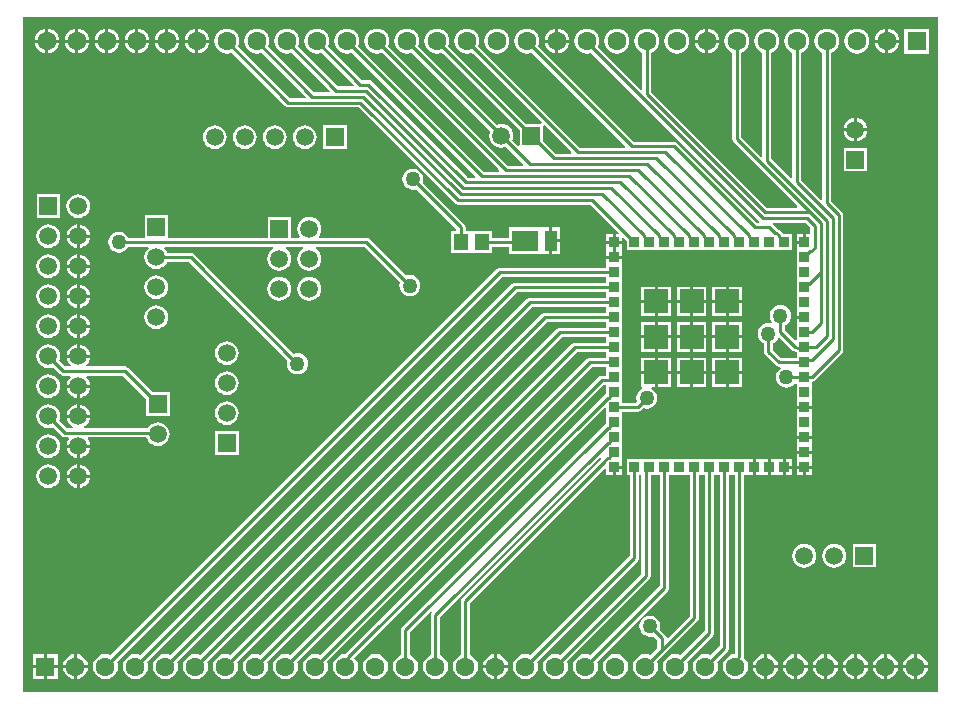
<source format=gtl>
G04*
G04 #@! TF.GenerationSoftware,Altium Limited,Altium Designer,20.1.11 (218)*
G04*
G04 Layer_Physical_Order=1*
G04 Layer_Color=255*
%FSLAX25Y25*%
%MOIN*%
G70*
G04*
G04 #@! TF.SameCoordinates,3E3CE198-1D4E-4C69-B1C9-FC2CBC885D2D*
G04*
G04*
G04 #@! TF.FilePolarity,Positive*
G04*
G01*
G75*
%ADD14C,0.01000*%
%ADD27R,0.03189X0.03189*%
%ADD28R,0.07874X0.07874*%
%ADD29R,0.04528X0.05315*%
%ADD30R,0.04331X0.07087*%
%ADD31R,0.08661X0.07087*%
%ADD32R,0.06299X0.06299*%
%ADD33C,0.06299*%
%ADD34C,0.05906*%
%ADD35R,0.05906X0.05906*%
%ADD36R,0.05906X0.05906*%
%ADD37C,0.05000*%
G36*
X580000Y210000D02*
X275000D01*
Y435000D01*
X580000D01*
Y210000D01*
D02*
G37*
%LPC*%
G36*
X563500Y431120D02*
Y427500D01*
X567120D01*
X567043Y428083D01*
X566625Y429093D01*
X565960Y429959D01*
X565093Y430625D01*
X564083Y431043D01*
X563500Y431120D01*
D02*
G37*
G36*
X333500D02*
Y427500D01*
X337120D01*
X337043Y428083D01*
X336625Y429093D01*
X335960Y429959D01*
X335093Y430625D01*
X334083Y431043D01*
X333500Y431120D01*
D02*
G37*
G36*
X303500D02*
Y427500D01*
X307120D01*
X307043Y428083D01*
X306625Y429093D01*
X305960Y429959D01*
X305093Y430625D01*
X304083Y431043D01*
X303500Y431120D01*
D02*
G37*
G36*
X503500D02*
Y427500D01*
X507120D01*
X507043Y428083D01*
X506625Y429093D01*
X505960Y429959D01*
X505093Y430625D01*
X504083Y431043D01*
X503500Y431120D01*
D02*
G37*
G36*
X453500D02*
Y427500D01*
X457120D01*
X457043Y428083D01*
X456625Y429093D01*
X455960Y429959D01*
X455093Y430625D01*
X454083Y431043D01*
X453500Y431120D01*
D02*
G37*
G36*
X323500D02*
Y427500D01*
X327120D01*
X327043Y428083D01*
X326625Y429093D01*
X325959Y429959D01*
X325093Y430625D01*
X324083Y431043D01*
X323500Y431120D01*
D02*
G37*
G36*
X313500D02*
Y427500D01*
X317120D01*
X317043Y428083D01*
X316625Y429093D01*
X315960Y429959D01*
X315093Y430625D01*
X314083Y431043D01*
X313500Y431120D01*
D02*
G37*
G36*
X283500D02*
Y427500D01*
X287120D01*
X287043Y428083D01*
X286625Y429093D01*
X285960Y429959D01*
X285093Y430625D01*
X284083Y431043D01*
X283500Y431120D01*
D02*
G37*
G36*
X293500D02*
Y427500D01*
X297120D01*
X297043Y428083D01*
X296625Y429093D01*
X295959Y429959D01*
X295093Y430625D01*
X294083Y431043D01*
X293500Y431120D01*
D02*
G37*
G36*
X562500D02*
X561917Y431043D01*
X560907Y430625D01*
X560041Y429959D01*
X559375Y429093D01*
X558957Y428083D01*
X558880Y427500D01*
X562500D01*
Y431120D01*
D02*
G37*
G36*
X332500D02*
X331917Y431043D01*
X330907Y430625D01*
X330041Y429959D01*
X329375Y429093D01*
X328957Y428083D01*
X328880Y427500D01*
X332500D01*
Y431120D01*
D02*
G37*
G36*
X302500D02*
X301917Y431043D01*
X300907Y430625D01*
X300041Y429959D01*
X299375Y429093D01*
X298957Y428083D01*
X298880Y427500D01*
X302500D01*
Y431120D01*
D02*
G37*
G36*
X502500D02*
X501917Y431043D01*
X500907Y430625D01*
X500040Y429959D01*
X499375Y429093D01*
X498957Y428083D01*
X498880Y427500D01*
X502500D01*
Y431120D01*
D02*
G37*
G36*
X452500D02*
X451917Y431043D01*
X450907Y430625D01*
X450040Y429959D01*
X449375Y429093D01*
X448957Y428083D01*
X448880Y427500D01*
X452500D01*
Y431120D01*
D02*
G37*
G36*
X322500D02*
X321917Y431043D01*
X320907Y430625D01*
X320040Y429959D01*
X319375Y429093D01*
X318957Y428083D01*
X318880Y427500D01*
X322500D01*
Y431120D01*
D02*
G37*
G36*
X312500D02*
X311917Y431043D01*
X310907Y430625D01*
X310040Y429959D01*
X309375Y429093D01*
X308957Y428083D01*
X308880Y427500D01*
X312500D01*
Y431120D01*
D02*
G37*
G36*
X282500D02*
X281917Y431043D01*
X280907Y430625D01*
X280041Y429959D01*
X279375Y429093D01*
X278957Y428083D01*
X278880Y427500D01*
X282500D01*
Y431120D01*
D02*
G37*
G36*
X292500D02*
X291917Y431043D01*
X290907Y430625D01*
X290040Y429959D01*
X289375Y429093D01*
X288957Y428083D01*
X288880Y427500D01*
X292500D01*
Y431120D01*
D02*
G37*
G36*
X567120Y426500D02*
X563500D01*
Y422880D01*
X564083Y422957D01*
X565093Y423375D01*
X565960Y424041D01*
X566625Y424907D01*
X567043Y425917D01*
X567120Y426500D01*
D02*
G37*
G36*
X507120D02*
X503500D01*
Y422880D01*
X504083Y422957D01*
X505093Y423375D01*
X505960Y424041D01*
X506625Y424907D01*
X507043Y425917D01*
X507120Y426500D01*
D02*
G37*
G36*
X457120D02*
X453500D01*
Y422880D01*
X454083Y422957D01*
X455093Y423375D01*
X455960Y424041D01*
X456625Y424907D01*
X457043Y425917D01*
X457120Y426500D01*
D02*
G37*
G36*
X337120D02*
X333500D01*
Y422880D01*
X334083Y422957D01*
X335093Y423375D01*
X335960Y424041D01*
X336625Y424907D01*
X337043Y425917D01*
X337120Y426500D01*
D02*
G37*
G36*
X327120D02*
X323500D01*
Y422880D01*
X324083Y422957D01*
X325093Y423375D01*
X325959Y424041D01*
X326625Y424907D01*
X327043Y425917D01*
X327120Y426500D01*
D02*
G37*
G36*
X317120D02*
X313500D01*
Y422880D01*
X314083Y422957D01*
X315093Y423375D01*
X315960Y424041D01*
X316625Y424907D01*
X317043Y425917D01*
X317120Y426500D01*
D02*
G37*
G36*
X307120D02*
X303500D01*
Y422880D01*
X304083Y422957D01*
X305093Y423375D01*
X305960Y424041D01*
X306625Y424907D01*
X307043Y425917D01*
X307120Y426500D01*
D02*
G37*
G36*
X297120D02*
X293500D01*
Y422880D01*
X294083Y422957D01*
X295093Y423375D01*
X295959Y424041D01*
X296625Y424907D01*
X297043Y425917D01*
X297120Y426500D01*
D02*
G37*
G36*
X287120D02*
X283500D01*
Y422880D01*
X284083Y422957D01*
X285093Y423375D01*
X285960Y424041D01*
X286625Y424907D01*
X287043Y425917D01*
X287120Y426500D01*
D02*
G37*
G36*
X562500D02*
X558880D01*
X558957Y425917D01*
X559375Y424907D01*
X560041Y424041D01*
X560907Y423375D01*
X561917Y422957D01*
X562500Y422880D01*
Y426500D01*
D02*
G37*
G36*
X502500D02*
X498880D01*
X498957Y425917D01*
X499375Y424907D01*
X500040Y424041D01*
X500907Y423375D01*
X501917Y422957D01*
X502500Y422880D01*
Y426500D01*
D02*
G37*
G36*
X452500D02*
X448880D01*
X448957Y425917D01*
X449375Y424907D01*
X450040Y424041D01*
X450907Y423375D01*
X451917Y422957D01*
X452500Y422880D01*
Y426500D01*
D02*
G37*
G36*
X332500D02*
X328880D01*
X328957Y425917D01*
X329375Y424907D01*
X330041Y424041D01*
X330907Y423375D01*
X331917Y422957D01*
X332500Y422880D01*
Y426500D01*
D02*
G37*
G36*
X322500D02*
X318880D01*
X318957Y425917D01*
X319375Y424907D01*
X320040Y424041D01*
X320907Y423375D01*
X321917Y422957D01*
X322500Y422880D01*
Y426500D01*
D02*
G37*
G36*
X312500D02*
X308880D01*
X308957Y425917D01*
X309375Y424907D01*
X310040Y424041D01*
X310907Y423375D01*
X311917Y422957D01*
X312500Y422880D01*
Y426500D01*
D02*
G37*
G36*
X302500D02*
X298880D01*
X298957Y425917D01*
X299375Y424907D01*
X300041Y424041D01*
X300907Y423375D01*
X301917Y422957D01*
X302500Y422880D01*
Y426500D01*
D02*
G37*
G36*
X292500D02*
X288880D01*
X288957Y425917D01*
X289375Y424907D01*
X290040Y424041D01*
X290907Y423375D01*
X291917Y422957D01*
X292500Y422880D01*
Y426500D01*
D02*
G37*
G36*
X282500D02*
X278880D01*
X278957Y425917D01*
X279375Y424907D01*
X280041Y424041D01*
X280907Y423375D01*
X281917Y422957D01*
X282500Y422880D01*
Y426500D01*
D02*
G37*
G36*
X577150Y431150D02*
X568850D01*
Y422850D01*
X577150D01*
Y431150D01*
D02*
G37*
G36*
X553000Y431185D02*
X551917Y431043D01*
X550907Y430625D01*
X550040Y429959D01*
X549375Y429093D01*
X548957Y428083D01*
X548815Y427000D01*
X548957Y425917D01*
X549375Y424907D01*
X550040Y424041D01*
X550907Y423375D01*
X551917Y422957D01*
X553000Y422815D01*
X554083Y422957D01*
X555093Y423375D01*
X555960Y424041D01*
X556625Y424907D01*
X557043Y425917D01*
X557185Y427000D01*
X557043Y428083D01*
X556625Y429093D01*
X555960Y429959D01*
X555093Y430625D01*
X554083Y431043D01*
X553000Y431185D01*
D02*
G37*
G36*
X493000D02*
X491917Y431043D01*
X490907Y430625D01*
X490040Y429959D01*
X489375Y429093D01*
X488957Y428083D01*
X488815Y427000D01*
X488957Y425917D01*
X489375Y424907D01*
X490040Y424041D01*
X490907Y423375D01*
X491917Y422957D01*
X493000Y422815D01*
X494083Y422957D01*
X495093Y423375D01*
X495960Y424041D01*
X496625Y424907D01*
X497043Y425917D01*
X497185Y427000D01*
X497043Y428083D01*
X496625Y429093D01*
X495960Y429959D01*
X495093Y430625D01*
X494083Y431043D01*
X493000Y431185D01*
D02*
G37*
G36*
X473000D02*
X471917Y431043D01*
X470907Y430625D01*
X470041Y429959D01*
X469375Y429093D01*
X468957Y428083D01*
X468815Y427000D01*
X468957Y425917D01*
X469375Y424907D01*
X470041Y424041D01*
X470907Y423375D01*
X471917Y422957D01*
X473000Y422815D01*
X474083Y422957D01*
X475093Y423375D01*
X475959Y424041D01*
X476625Y424907D01*
X477043Y425917D01*
X477185Y427000D01*
X477043Y428083D01*
X476625Y429093D01*
X475959Y429959D01*
X475093Y430625D01*
X474083Y431043D01*
X473000Y431185D01*
D02*
G37*
G36*
X433000D02*
X431917Y431043D01*
X430907Y430625D01*
X430041Y429959D01*
X429375Y429093D01*
X428957Y428083D01*
X428815Y427000D01*
X428957Y425917D01*
X429375Y424907D01*
X430041Y424041D01*
X430907Y423375D01*
X431917Y422957D01*
X433000Y422815D01*
X434083Y422957D01*
X435093Y423375D01*
X435959Y424041D01*
X436625Y424907D01*
X437043Y425917D01*
X437185Y427000D01*
X437043Y428083D01*
X436625Y429093D01*
X435959Y429959D01*
X435093Y430625D01*
X434083Y431043D01*
X433000Y431185D01*
D02*
G37*
G36*
X553000Y401421D02*
Y398000D01*
X556421D01*
X556351Y398532D01*
X555953Y399493D01*
X555319Y400319D01*
X554493Y400953D01*
X553532Y401351D01*
X553000Y401421D01*
D02*
G37*
G36*
X552000D02*
X551468Y401351D01*
X550507Y400953D01*
X549681Y400319D01*
X549047Y399493D01*
X548649Y398532D01*
X548579Y398000D01*
X552000D01*
Y401421D01*
D02*
G37*
G36*
X556421Y397000D02*
X553000D01*
Y393579D01*
X553532Y393649D01*
X554493Y394047D01*
X555319Y394681D01*
X555953Y395507D01*
X556351Y396468D01*
X556421Y397000D01*
D02*
G37*
G36*
X552000D02*
X548579D01*
X548649Y396468D01*
X549047Y395507D01*
X549681Y394681D01*
X550507Y394047D01*
X551468Y393649D01*
X552000Y393579D01*
Y397000D01*
D02*
G37*
G36*
X382953Y398953D02*
X375047D01*
Y391047D01*
X382953D01*
Y398953D01*
D02*
G37*
G36*
X369000Y398987D02*
X367968Y398851D01*
X367007Y398453D01*
X366181Y397819D01*
X365547Y396993D01*
X365149Y396032D01*
X365013Y395000D01*
X365149Y393968D01*
X365547Y393007D01*
X366181Y392181D01*
X367007Y391547D01*
X367968Y391149D01*
X369000Y391013D01*
X370032Y391149D01*
X370993Y391547D01*
X371819Y392181D01*
X372453Y393007D01*
X372851Y393968D01*
X372987Y395000D01*
X372851Y396032D01*
X372453Y396993D01*
X371819Y397819D01*
X370993Y398453D01*
X370032Y398851D01*
X369000Y398987D01*
D02*
G37*
G36*
X359000D02*
X357968Y398851D01*
X357007Y398453D01*
X356181Y397819D01*
X355547Y396993D01*
X355149Y396032D01*
X355013Y395000D01*
X355149Y393968D01*
X355547Y393007D01*
X356181Y392181D01*
X357007Y391547D01*
X357968Y391149D01*
X359000Y391013D01*
X360032Y391149D01*
X360993Y391547D01*
X361819Y392181D01*
X362453Y393007D01*
X362851Y393968D01*
X362987Y395000D01*
X362851Y396032D01*
X362453Y396993D01*
X361819Y397819D01*
X360993Y398453D01*
X360032Y398851D01*
X359000Y398987D01*
D02*
G37*
G36*
X349000D02*
X347968Y398851D01*
X347007Y398453D01*
X346181Y397819D01*
X345547Y396993D01*
X345149Y396032D01*
X345013Y395000D01*
X345149Y393968D01*
X345547Y393007D01*
X346181Y392181D01*
X347007Y391547D01*
X347968Y391149D01*
X349000Y391013D01*
X350032Y391149D01*
X350993Y391547D01*
X351819Y392181D01*
X352453Y393007D01*
X352851Y393968D01*
X352987Y395000D01*
X352851Y396032D01*
X352453Y396993D01*
X351819Y397819D01*
X350993Y398453D01*
X350032Y398851D01*
X349000Y398987D01*
D02*
G37*
G36*
X339000D02*
X337968Y398851D01*
X337007Y398453D01*
X336181Y397819D01*
X335547Y396993D01*
X335149Y396032D01*
X335013Y395000D01*
X335149Y393968D01*
X335547Y393007D01*
X336181Y392181D01*
X337007Y391547D01*
X337968Y391149D01*
X339000Y391013D01*
X340032Y391149D01*
X340993Y391547D01*
X341819Y392181D01*
X342453Y393007D01*
X342851Y393968D01*
X342987Y395000D01*
X342851Y396032D01*
X342453Y396993D01*
X341819Y397819D01*
X340993Y398453D01*
X340032Y398851D01*
X339000Y398987D01*
D02*
G37*
G36*
X556453Y391453D02*
X548547D01*
Y383547D01*
X556453D01*
Y391453D01*
D02*
G37*
G36*
X543000Y431185D02*
X541917Y431043D01*
X540907Y430625D01*
X540040Y429959D01*
X539375Y429093D01*
X538957Y428083D01*
X538815Y427000D01*
X538957Y425917D01*
X539375Y424907D01*
X540040Y424041D01*
X540907Y423375D01*
X541471Y423142D01*
Y374346D01*
X541009Y374154D01*
X534529Y380633D01*
Y423142D01*
X535093Y423375D01*
X535959Y424041D01*
X536625Y424907D01*
X537043Y425917D01*
X537185Y427000D01*
X537043Y428083D01*
X536625Y429093D01*
X535959Y429959D01*
X535093Y430625D01*
X534083Y431043D01*
X533000Y431185D01*
X531917Y431043D01*
X530907Y430625D01*
X530041Y429959D01*
X529375Y429093D01*
X528957Y428083D01*
X528815Y427000D01*
X528957Y425917D01*
X529375Y424907D01*
X530041Y424041D01*
X530907Y423375D01*
X531471Y423142D01*
Y381517D01*
X531009Y381326D01*
X524529Y387805D01*
Y423142D01*
X525093Y423375D01*
X525959Y424041D01*
X526625Y424907D01*
X527043Y425917D01*
X527185Y427000D01*
X527043Y428083D01*
X526625Y429093D01*
X525959Y429959D01*
X525093Y430625D01*
X524083Y431043D01*
X523000Y431185D01*
X521917Y431043D01*
X520907Y430625D01*
X520041Y429959D01*
X519375Y429093D01*
X518957Y428083D01*
X518815Y427000D01*
X518957Y425917D01*
X519375Y424907D01*
X520041Y424041D01*
X520907Y423375D01*
X521471Y423142D01*
Y388689D01*
X521009Y388497D01*
X514529Y394977D01*
Y423142D01*
X515093Y423375D01*
X515960Y424041D01*
X516625Y424907D01*
X517043Y425917D01*
X517185Y427000D01*
X517043Y428083D01*
X516625Y429093D01*
X515960Y429959D01*
X515093Y430625D01*
X514083Y431043D01*
X513000Y431185D01*
X511917Y431043D01*
X510907Y430625D01*
X510041Y429959D01*
X509375Y429093D01*
X508957Y428083D01*
X508815Y427000D01*
X508957Y425917D01*
X509375Y424907D01*
X510041Y424041D01*
X510907Y423375D01*
X511471Y423142D01*
Y394343D01*
X511587Y393758D01*
X511919Y393262D01*
X533189Y371991D01*
X532998Y371529D01*
X523134D01*
X484529Y410134D01*
Y423142D01*
X485093Y423375D01*
X485959Y424041D01*
X486625Y424907D01*
X487043Y425917D01*
X487185Y427000D01*
X487043Y428083D01*
X486625Y429093D01*
X485959Y429959D01*
X485093Y430625D01*
X484083Y431043D01*
X483000Y431185D01*
X481917Y431043D01*
X480907Y430625D01*
X480041Y429959D01*
X479375Y429093D01*
X478957Y428083D01*
X478815Y427000D01*
X478957Y425917D01*
X479375Y424907D01*
X480041Y424041D01*
X480907Y423375D01*
X481471Y423142D01*
Y411017D01*
X481009Y410826D01*
X466713Y425121D01*
X467043Y425917D01*
X467185Y427000D01*
X467043Y428083D01*
X466625Y429093D01*
X465960Y429959D01*
X465093Y430625D01*
X464083Y431043D01*
X463000Y431185D01*
X461917Y431043D01*
X460907Y430625D01*
X460041Y429959D01*
X459375Y429093D01*
X458957Y428083D01*
X458815Y427000D01*
X458957Y425917D01*
X459375Y424907D01*
X460041Y424041D01*
X460907Y423375D01*
X461917Y422957D01*
X463000Y422815D01*
X464083Y422957D01*
X464414Y423094D01*
X520479Y367029D01*
X520342Y366592D01*
X520295Y366529D01*
X519633D01*
X493082Y393081D01*
X492585Y393413D01*
X492000Y393529D01*
X478633D01*
X446809Y425353D01*
X447043Y425917D01*
X447185Y427000D01*
X447043Y428083D01*
X446625Y429093D01*
X445960Y429959D01*
X445093Y430625D01*
X444083Y431043D01*
X443000Y431185D01*
X441917Y431043D01*
X440907Y430625D01*
X440040Y429959D01*
X439375Y429093D01*
X438957Y428083D01*
X438815Y427000D01*
X438957Y425917D01*
X439375Y424907D01*
X440040Y424041D01*
X440907Y423375D01*
X441917Y422957D01*
X443000Y422815D01*
X444083Y422957D01*
X444647Y423190D01*
X475846Y391991D01*
X475654Y391529D01*
X460634D01*
X426810Y425353D01*
X427043Y425917D01*
X427185Y427000D01*
X427043Y428083D01*
X426625Y429093D01*
X425959Y429959D01*
X425093Y430625D01*
X424083Y431043D01*
X423000Y431185D01*
X421917Y431043D01*
X420907Y430625D01*
X420041Y429959D01*
X419375Y429093D01*
X418957Y428083D01*
X418815Y427000D01*
X418957Y425917D01*
X419375Y424907D01*
X420041Y424041D01*
X420907Y423375D01*
X421917Y422957D01*
X423000Y422815D01*
X424083Y422957D01*
X424647Y423190D01*
X447922Y399915D01*
X447731Y399453D01*
X442710D01*
X416810Y425353D01*
X417043Y425917D01*
X417185Y427000D01*
X417043Y428083D01*
X416625Y429093D01*
X415960Y429959D01*
X415093Y430625D01*
X414083Y431043D01*
X413000Y431185D01*
X411917Y431043D01*
X410907Y430625D01*
X410041Y429959D01*
X409375Y429093D01*
X408957Y428083D01*
X408815Y427000D01*
X408957Y425917D01*
X409375Y424907D01*
X410041Y424041D01*
X410907Y423375D01*
X411917Y422957D01*
X413000Y422815D01*
X414083Y422957D01*
X414647Y423190D01*
X440547Y397290D01*
Y392269D01*
X440085Y392078D01*
X438159Y394004D01*
X438351Y394468D01*
X438487Y395500D01*
X438351Y396532D01*
X437953Y397493D01*
X437319Y398319D01*
X436493Y398953D01*
X435532Y399351D01*
X434500Y399487D01*
X433468Y399351D01*
X433004Y399159D01*
X406810Y425353D01*
X407043Y425917D01*
X407185Y427000D01*
X407043Y428083D01*
X406625Y429093D01*
X405960Y429959D01*
X405093Y430625D01*
X404083Y431043D01*
X403000Y431185D01*
X401917Y431043D01*
X400907Y430625D01*
X400040Y429959D01*
X399375Y429093D01*
X398957Y428083D01*
X398815Y427000D01*
X398957Y425917D01*
X399375Y424907D01*
X400040Y424041D01*
X400907Y423375D01*
X401917Y422957D01*
X403000Y422815D01*
X404083Y422957D01*
X404647Y423190D01*
X430841Y396996D01*
X430649Y396532D01*
X430513Y395500D01*
X430649Y394468D01*
X431047Y393507D01*
X431681Y392681D01*
X432507Y392047D01*
X433468Y391649D01*
X434500Y391513D01*
X435532Y391649D01*
X435996Y391841D01*
X441846Y385991D01*
X441654Y385529D01*
X436633D01*
X408710Y413453D01*
X408710Y413453D01*
X396810Y425353D01*
X397043Y425917D01*
X397185Y427000D01*
X397043Y428083D01*
X396625Y429093D01*
X395959Y429959D01*
X395093Y430625D01*
X394083Y431043D01*
X393000Y431185D01*
X391917Y431043D01*
X390907Y430625D01*
X390040Y429959D01*
X389375Y429093D01*
X388957Y428083D01*
X388815Y427000D01*
X388957Y425917D01*
X389375Y424907D01*
X390040Y424041D01*
X390907Y423375D01*
X391917Y422957D01*
X393000Y422815D01*
X394083Y422957D01*
X394647Y423190D01*
X406547Y411290D01*
X406547Y411290D01*
X433846Y383991D01*
X433654Y383529D01*
X428633D01*
X386809Y425353D01*
X387043Y425917D01*
X387185Y427000D01*
X387043Y428083D01*
X386625Y429093D01*
X385960Y429959D01*
X385093Y430625D01*
X384083Y431043D01*
X383000Y431185D01*
X381917Y431043D01*
X380907Y430625D01*
X380041Y429959D01*
X379375Y429093D01*
X378957Y428083D01*
X378815Y427000D01*
X378957Y425917D01*
X379375Y424907D01*
X380041Y424041D01*
X380907Y423375D01*
X381917Y422957D01*
X383000Y422815D01*
X384083Y422957D01*
X384647Y423190D01*
X425846Y381991D01*
X425654Y381529D01*
X423290D01*
X391238Y413581D01*
X390742Y413913D01*
X390157Y414029D01*
X388134D01*
X376810Y425353D01*
X377043Y425917D01*
X377185Y427000D01*
X377043Y428083D01*
X376625Y429093D01*
X375959Y429959D01*
X375093Y430625D01*
X374083Y431043D01*
X373000Y431185D01*
X371917Y431043D01*
X370907Y430625D01*
X370040Y429959D01*
X369375Y429093D01*
X368957Y428083D01*
X368815Y427000D01*
X368957Y425917D01*
X369375Y424907D01*
X370040Y424041D01*
X370907Y423375D01*
X371917Y422957D01*
X373000Y422815D01*
X374083Y422957D01*
X374647Y423190D01*
X385346Y412491D01*
X385154Y412029D01*
X380134D01*
X366810Y425353D01*
X367043Y425917D01*
X367185Y427000D01*
X367043Y428083D01*
X366625Y429093D01*
X365960Y429959D01*
X365093Y430625D01*
X364083Y431043D01*
X363000Y431185D01*
X361917Y431043D01*
X360907Y430625D01*
X360040Y429959D01*
X359375Y429093D01*
X358957Y428083D01*
X358815Y427000D01*
X358957Y425917D01*
X359375Y424907D01*
X360040Y424041D01*
X360907Y423375D01*
X361917Y422957D01*
X363000Y422815D01*
X364083Y422957D01*
X364647Y423190D01*
X377353Y410484D01*
X377161Y410022D01*
X372141D01*
X356809Y425353D01*
X357043Y425917D01*
X357185Y427000D01*
X357043Y428083D01*
X356625Y429093D01*
X355960Y429959D01*
X355093Y430625D01*
X354083Y431043D01*
X353000Y431185D01*
X351917Y431043D01*
X350907Y430625D01*
X350041Y429959D01*
X349375Y429093D01*
X348957Y428083D01*
X348815Y427000D01*
X348957Y425917D01*
X349375Y424907D01*
X350041Y424041D01*
X350907Y423375D01*
X351917Y422957D01*
X353000Y422815D01*
X354083Y422957D01*
X354647Y423190D01*
X369353Y408484D01*
X369161Y408022D01*
X364141D01*
X346810Y425353D01*
X347043Y425917D01*
X347185Y427000D01*
X347043Y428083D01*
X346625Y429093D01*
X345959Y429959D01*
X345093Y430625D01*
X344083Y431043D01*
X343000Y431185D01*
X341917Y431043D01*
X340907Y430625D01*
X340040Y429959D01*
X339375Y429093D01*
X338957Y428083D01*
X338815Y427000D01*
X338957Y425917D01*
X339375Y424907D01*
X340040Y424041D01*
X340907Y423375D01*
X341917Y422957D01*
X343000Y422815D01*
X344083Y422957D01*
X344647Y423190D01*
X362425Y405412D01*
X362922Y405080D01*
X363507Y404964D01*
X386874D01*
X418919Y372919D01*
X419415Y372587D01*
X420000Y372471D01*
X464170D01*
X473584Y363056D01*
X473392Y362595D01*
X472614D01*
Y360500D01*
X474709D01*
Y361278D01*
X475171Y361470D01*
X476213Y360428D01*
Y357402D01*
X531402D01*
Y362591D01*
X528375D01*
X528351Y362615D01*
X528314Y362797D01*
X527983Y363293D01*
X527104Y364172D01*
X526608Y364504D01*
X526426Y364540D01*
X524995Y365971D01*
X525133Y366408D01*
X525180Y366471D01*
X535881D01*
X537471Y364881D01*
Y362595D01*
X536000D01*
Y360000D01*
X535500D01*
Y359500D01*
X532905D01*
Y357405D01*
Y352406D01*
Y347406D01*
Y342406D01*
Y337405D01*
Y335500D01*
X535500D01*
Y334500D01*
X532905D01*
Y332405D01*
Y327464D01*
X532786Y327370D01*
X532406Y327257D01*
X529029Y330633D01*
Y332345D01*
X529265Y332443D01*
X529996Y333004D01*
X530557Y333735D01*
X530910Y334586D01*
X531030Y335500D01*
X530910Y336414D01*
X530557Y337265D01*
X529996Y337996D01*
X529265Y338557D01*
X528414Y338910D01*
X527500Y339030D01*
X526586Y338910D01*
X525735Y338557D01*
X525004Y337996D01*
X524443Y337265D01*
X524090Y336414D01*
X523970Y335500D01*
X524090Y334586D01*
X524443Y333735D01*
X524776Y333301D01*
X524460Y332891D01*
X524414Y332910D01*
X523500Y333030D01*
X522586Y332910D01*
X521735Y332557D01*
X521004Y331996D01*
X520443Y331265D01*
X520090Y330414D01*
X519970Y329500D01*
X520090Y328586D01*
X520443Y327735D01*
X521004Y327004D01*
X521735Y326443D01*
X521971Y326345D01*
Y323500D01*
X522087Y322915D01*
X522419Y322419D01*
X525919Y318919D01*
X526415Y318587D01*
X527000Y318471D01*
X527493D01*
X527622Y317971D01*
X527004Y317496D01*
X526443Y316765D01*
X526090Y315914D01*
X525970Y315000D01*
X526090Y314086D01*
X526443Y313235D01*
X527004Y312504D01*
X527735Y311943D01*
X528586Y311590D01*
X529500Y311470D01*
X530414Y311590D01*
X531265Y311943D01*
X531996Y312504D01*
X532406Y313037D01*
X532905Y312867D01*
Y307405D01*
Y305500D01*
X538095D01*
Y307405D01*
Y313510D01*
X538611Y313612D01*
X539107Y313944D01*
X548081Y322919D01*
X548413Y323415D01*
X548529Y324000D01*
Y369000D01*
X548413Y369585D01*
X548081Y370081D01*
X544529Y373634D01*
Y423142D01*
X545093Y423375D01*
X545960Y424041D01*
X546625Y424907D01*
X547043Y425917D01*
X547185Y427000D01*
X547043Y428083D01*
X546625Y429093D01*
X545960Y429959D01*
X545093Y430625D01*
X544083Y431043D01*
X543000Y431185D01*
D02*
G37*
G36*
X287453Y375953D02*
X279547D01*
Y368047D01*
X287453D01*
Y375953D01*
D02*
G37*
G36*
X293500Y375987D02*
X292468Y375851D01*
X291507Y375453D01*
X290681Y374819D01*
X290047Y373993D01*
X289649Y373032D01*
X289513Y372000D01*
X289649Y370968D01*
X290047Y370007D01*
X290681Y369181D01*
X291507Y368547D01*
X292468Y368149D01*
X293500Y368013D01*
X294532Y368149D01*
X295493Y368547D01*
X296319Y369181D01*
X296953Y370007D01*
X297351Y370968D01*
X297487Y372000D01*
X297351Y373032D01*
X296953Y373993D01*
X296319Y374819D01*
X295493Y375453D01*
X294532Y375851D01*
X293500Y375987D01*
D02*
G37*
G36*
X294000Y365921D02*
Y362500D01*
X297421D01*
X297351Y363032D01*
X296953Y363993D01*
X296319Y364819D01*
X295493Y365453D01*
X294532Y365851D01*
X294000Y365921D01*
D02*
G37*
G36*
X293000D02*
X292468Y365851D01*
X291507Y365453D01*
X290681Y364819D01*
X290047Y363993D01*
X289649Y363032D01*
X289579Y362500D01*
X293000D01*
Y365921D01*
D02*
G37*
G36*
X323453Y368953D02*
X315547D01*
Y361529D01*
X310155D01*
X310057Y361765D01*
X309496Y362496D01*
X308765Y363057D01*
X307914Y363410D01*
X307000Y363530D01*
X306086Y363410D01*
X305235Y363057D01*
X304504Y362496D01*
X303943Y361765D01*
X303590Y360914D01*
X303470Y360000D01*
X303590Y359086D01*
X303943Y358235D01*
X304504Y357504D01*
X305235Y356943D01*
X306086Y356590D01*
X307000Y356470D01*
X307914Y356590D01*
X308765Y356943D01*
X309496Y357504D01*
X310057Y358235D01*
X310155Y358471D01*
X316708D01*
X316878Y357971D01*
X316681Y357819D01*
X316047Y356993D01*
X315649Y356032D01*
X315513Y355000D01*
X315649Y353968D01*
X316047Y353007D01*
X316681Y352181D01*
X317507Y351547D01*
X318468Y351149D01*
X319500Y351013D01*
X320532Y351149D01*
X321493Y351547D01*
X322319Y352181D01*
X322953Y353007D01*
X323145Y353471D01*
X330366D01*
X363188Y320649D01*
X363090Y320414D01*
X362970Y319500D01*
X363090Y318586D01*
X363443Y317735D01*
X364004Y317004D01*
X364735Y316443D01*
X365586Y316090D01*
X366500Y315970D01*
X367414Y316090D01*
X368265Y316443D01*
X368996Y317004D01*
X369557Y317735D01*
X369910Y318586D01*
X370030Y319500D01*
X369910Y320414D01*
X369557Y321265D01*
X368996Y321996D01*
X368265Y322557D01*
X367414Y322910D01*
X366500Y323030D01*
X365586Y322910D01*
X365351Y322812D01*
X332081Y356081D01*
X331585Y356413D01*
X331000Y356529D01*
X323145D01*
X322953Y356993D01*
X322319Y357819D01*
X322122Y357971D01*
X322291Y358471D01*
X358450D01*
X358550Y357971D01*
X358507Y357953D01*
X357681Y357319D01*
X357047Y356493D01*
X356649Y355532D01*
X356513Y354500D01*
X356649Y353468D01*
X357047Y352507D01*
X357681Y351681D01*
X358507Y351047D01*
X359468Y350649D01*
X360500Y350513D01*
X361532Y350649D01*
X362493Y351047D01*
X363319Y351681D01*
X363953Y352507D01*
X364351Y353468D01*
X364487Y354500D01*
X364351Y355532D01*
X363953Y356493D01*
X363319Y357319D01*
X362493Y357953D01*
X362450Y357971D01*
X362550Y358471D01*
X368450D01*
X368550Y357971D01*
X368507Y357953D01*
X367681Y357319D01*
X367047Y356493D01*
X366649Y355532D01*
X366513Y354500D01*
X366649Y353468D01*
X367047Y352507D01*
X367681Y351681D01*
X368507Y351047D01*
X369468Y350649D01*
X370500Y350513D01*
X371532Y350649D01*
X372493Y351047D01*
X373319Y351681D01*
X373953Y352507D01*
X374351Y353468D01*
X374487Y354500D01*
X374351Y355532D01*
X373953Y356493D01*
X373319Y357319D01*
X372493Y357953D01*
X372450Y357971D01*
X372550Y358471D01*
X388866D01*
X400688Y346649D01*
X400590Y346414D01*
X400470Y345500D01*
X400590Y344586D01*
X400943Y343735D01*
X401504Y343004D01*
X402235Y342443D01*
X403086Y342090D01*
X404000Y341970D01*
X404914Y342090D01*
X405765Y342443D01*
X406496Y343004D01*
X407057Y343735D01*
X407410Y344586D01*
X407530Y345500D01*
X407410Y346414D01*
X407057Y347265D01*
X406496Y347996D01*
X405765Y348557D01*
X404914Y348910D01*
X404000Y349030D01*
X403086Y348910D01*
X402851Y348812D01*
X390581Y361081D01*
X390085Y361413D01*
X389500Y361529D01*
X373833D01*
X373587Y362029D01*
X373953Y362507D01*
X374351Y363468D01*
X374487Y364500D01*
X374351Y365532D01*
X373953Y366493D01*
X373319Y367319D01*
X372493Y367953D01*
X371532Y368351D01*
X370500Y368487D01*
X369468Y368351D01*
X368507Y367953D01*
X367681Y367319D01*
X367047Y366493D01*
X366649Y365532D01*
X366513Y364500D01*
X366649Y363468D01*
X367047Y362507D01*
X367413Y362029D01*
X367167Y361529D01*
X364453D01*
Y368453D01*
X356547D01*
Y361529D01*
X323453D01*
Y368953D01*
D02*
G37*
G36*
X451530Y365043D02*
Y361000D01*
X454195D01*
Y365043D01*
X451530D01*
D02*
G37*
G36*
X535000Y362595D02*
X532905D01*
Y360500D01*
X535000D01*
Y362595D01*
D02*
G37*
G36*
X471614D02*
X469520D01*
Y360500D01*
X471614D01*
Y362595D01*
D02*
G37*
G36*
X297421Y361500D02*
X294000D01*
Y358079D01*
X294532Y358149D01*
X295493Y358547D01*
X296319Y359181D01*
X296953Y360007D01*
X297351Y360968D01*
X297421Y361500D01*
D02*
G37*
G36*
X293000D02*
X289579D01*
X289649Y360968D01*
X290047Y360007D01*
X290681Y359181D01*
X291507Y358547D01*
X292468Y358149D01*
X293000Y358079D01*
Y361500D01*
D02*
G37*
G36*
X283500Y365987D02*
X282468Y365851D01*
X281507Y365453D01*
X280681Y364819D01*
X280047Y363993D01*
X279649Y363032D01*
X279513Y362000D01*
X279649Y360968D01*
X280047Y360007D01*
X280681Y359181D01*
X281507Y358547D01*
X282468Y358149D01*
X283500Y358013D01*
X284532Y358149D01*
X285493Y358547D01*
X286319Y359181D01*
X286953Y360007D01*
X287351Y360968D01*
X287487Y362000D01*
X287351Y363032D01*
X286953Y363993D01*
X286319Y364819D01*
X285493Y365453D01*
X284532Y365851D01*
X283500Y365987D01*
D02*
G37*
G36*
X454195Y360000D02*
X451530D01*
Y355957D01*
X454195D01*
Y360000D01*
D02*
G37*
G36*
X405000Y384530D02*
X404086Y384410D01*
X403235Y384057D01*
X402504Y383496D01*
X401943Y382765D01*
X401590Y381914D01*
X401470Y381000D01*
X401590Y380086D01*
X401943Y379235D01*
X402504Y378504D01*
X403235Y377943D01*
X404086Y377590D01*
X405000Y377470D01*
X405914Y377590D01*
X406149Y377688D01*
X419526Y364311D01*
Y363657D01*
X417791D01*
Y356343D01*
X424181D01*
X424319Y356343D01*
X424681D01*
X424819Y356343D01*
X431209D01*
Y358471D01*
X436880D01*
Y355957D01*
X447364D01*
X447864Y355957D01*
X448041Y355957D01*
X450529D01*
Y360500D01*
Y365043D01*
X448041D01*
X447541Y365043D01*
X447364Y365043D01*
X436880D01*
Y361529D01*
X431209D01*
Y363657D01*
X424819D01*
X424681Y363657D01*
X424319D01*
X424181Y363657D01*
X422584D01*
Y364945D01*
X422468Y365530D01*
X422137Y366026D01*
X408312Y379851D01*
X408410Y380086D01*
X408530Y381000D01*
X408410Y381914D01*
X408057Y382765D01*
X407496Y383496D01*
X406765Y384057D01*
X405914Y384410D01*
X405000Y384530D01*
D02*
G37*
G36*
X474709Y359500D02*
X469520D01*
Y357405D01*
Y355500D01*
X474709D01*
Y357405D01*
Y359500D01*
D02*
G37*
G36*
X294000Y355921D02*
Y352500D01*
X297421D01*
X297351Y353032D01*
X296953Y353993D01*
X296319Y354819D01*
X295493Y355453D01*
X294532Y355851D01*
X294000Y355921D01*
D02*
G37*
G36*
X293000D02*
X292468Y355851D01*
X291507Y355453D01*
X290681Y354819D01*
X290047Y353993D01*
X289649Y353032D01*
X289579Y352500D01*
X293000D01*
Y355921D01*
D02*
G37*
G36*
X297421Y351500D02*
X294000D01*
Y348079D01*
X294532Y348149D01*
X295493Y348547D01*
X296319Y349181D01*
X296953Y350007D01*
X297351Y350968D01*
X297421Y351500D01*
D02*
G37*
G36*
X293000D02*
X289579D01*
X289649Y350968D01*
X290047Y350007D01*
X290681Y349181D01*
X291507Y348547D01*
X292468Y348149D01*
X293000Y348079D01*
Y351500D01*
D02*
G37*
G36*
X283500Y355987D02*
X282468Y355851D01*
X281507Y355453D01*
X280681Y354819D01*
X280047Y353993D01*
X279649Y353032D01*
X279513Y352000D01*
X279649Y350968D01*
X280047Y350007D01*
X280681Y349181D01*
X281507Y348547D01*
X282468Y348149D01*
X283500Y348013D01*
X284532Y348149D01*
X285493Y348547D01*
X286319Y349181D01*
X286953Y350007D01*
X287351Y350968D01*
X287487Y352000D01*
X287351Y353032D01*
X286953Y353993D01*
X286319Y354819D01*
X285493Y355453D01*
X284532Y355851D01*
X283500Y355987D01*
D02*
G37*
G36*
X294000Y345921D02*
Y342500D01*
X297421D01*
X297351Y343032D01*
X296953Y343993D01*
X296319Y344819D01*
X295493Y345453D01*
X294532Y345851D01*
X294000Y345921D01*
D02*
G37*
G36*
X293000D02*
X292468Y345851D01*
X291507Y345453D01*
X290681Y344819D01*
X290047Y343993D01*
X289649Y343032D01*
X289579Y342500D01*
X293000D01*
Y345921D01*
D02*
G37*
G36*
X319500Y348987D02*
X318468Y348851D01*
X317507Y348453D01*
X316681Y347819D01*
X316047Y346993D01*
X315649Y346032D01*
X315513Y345000D01*
X315649Y343968D01*
X316047Y343007D01*
X316681Y342181D01*
X317507Y341547D01*
X318468Y341149D01*
X319500Y341013D01*
X320532Y341149D01*
X321493Y341547D01*
X322319Y342181D01*
X322953Y343007D01*
X323351Y343968D01*
X323487Y345000D01*
X323351Y346032D01*
X322953Y346993D01*
X322319Y347819D01*
X321493Y348453D01*
X320532Y348851D01*
X319500Y348987D01*
D02*
G37*
G36*
X514650Y345153D02*
X510213D01*
Y340717D01*
X514650D01*
Y345153D01*
D02*
G37*
G36*
X509213D02*
X504776D01*
Y340717D01*
X509213D01*
Y345153D01*
D02*
G37*
G36*
X502839D02*
X498402D01*
Y340717D01*
X502839D01*
Y345153D01*
D02*
G37*
G36*
X497402D02*
X492965D01*
Y340717D01*
X497402D01*
Y345153D01*
D02*
G37*
G36*
X491028D02*
X486590D01*
Y340717D01*
X491028D01*
Y345153D01*
D02*
G37*
G36*
X485591D02*
X481153D01*
Y340717D01*
X485591D01*
Y345153D01*
D02*
G37*
G36*
X370500Y348487D02*
X369468Y348351D01*
X368507Y347953D01*
X367681Y347319D01*
X367047Y346493D01*
X366649Y345532D01*
X366513Y344500D01*
X366649Y343468D01*
X367047Y342507D01*
X367681Y341681D01*
X368507Y341047D01*
X369468Y340649D01*
X370500Y340513D01*
X371532Y340649D01*
X372493Y341047D01*
X373319Y341681D01*
X373953Y342507D01*
X374351Y343468D01*
X374487Y344500D01*
X374351Y345532D01*
X373953Y346493D01*
X373319Y347319D01*
X372493Y347953D01*
X371532Y348351D01*
X370500Y348487D01*
D02*
G37*
G36*
X360500D02*
X359468Y348351D01*
X358507Y347953D01*
X357681Y347319D01*
X357047Y346493D01*
X356649Y345532D01*
X356513Y344500D01*
X356649Y343468D01*
X357047Y342507D01*
X357681Y341681D01*
X358507Y341047D01*
X359468Y340649D01*
X360500Y340513D01*
X361532Y340649D01*
X362493Y341047D01*
X363319Y341681D01*
X363953Y342507D01*
X364351Y343468D01*
X364487Y344500D01*
X364351Y345532D01*
X363953Y346493D01*
X363319Y347319D01*
X362493Y347953D01*
X361532Y348351D01*
X360500Y348487D01*
D02*
G37*
G36*
X297421Y341500D02*
X294000D01*
Y338079D01*
X294532Y338149D01*
X295493Y338547D01*
X296319Y339181D01*
X296953Y340007D01*
X297351Y340968D01*
X297421Y341500D01*
D02*
G37*
G36*
X293000D02*
X289579D01*
X289649Y340968D01*
X290047Y340007D01*
X290681Y339181D01*
X291507Y338547D01*
X292468Y338149D01*
X293000Y338079D01*
Y341500D01*
D02*
G37*
G36*
X283500Y345987D02*
X282468Y345851D01*
X281507Y345453D01*
X280681Y344819D01*
X280047Y343993D01*
X279649Y343032D01*
X279513Y342000D01*
X279649Y340968D01*
X280047Y340007D01*
X280681Y339181D01*
X281507Y338547D01*
X282468Y338149D01*
X283500Y338013D01*
X284532Y338149D01*
X285493Y338547D01*
X286319Y339181D01*
X286953Y340007D01*
X287351Y340968D01*
X287487Y342000D01*
X287351Y343032D01*
X286953Y343993D01*
X286319Y344819D01*
X285493Y345453D01*
X284532Y345851D01*
X283500Y345987D01*
D02*
G37*
G36*
X514650Y339717D02*
X510213D01*
Y335279D01*
X514650D01*
Y339717D01*
D02*
G37*
G36*
X509213D02*
X504776D01*
Y335279D01*
X509213D01*
Y339717D01*
D02*
G37*
G36*
X502839D02*
X498402D01*
Y335279D01*
X502839D01*
Y339717D01*
D02*
G37*
G36*
X497402D02*
X492965D01*
Y335279D01*
X497402D01*
Y339717D01*
D02*
G37*
G36*
X491028D02*
X486590D01*
Y335279D01*
X491028D01*
Y339717D01*
D02*
G37*
G36*
X485591D02*
X481153D01*
Y335279D01*
X485591D01*
Y339717D01*
D02*
G37*
G36*
X294000Y335921D02*
Y332500D01*
X297421D01*
X297351Y333032D01*
X296953Y333993D01*
X296319Y334819D01*
X295493Y335453D01*
X294532Y335851D01*
X294000Y335921D01*
D02*
G37*
G36*
X293000D02*
X292468Y335851D01*
X291507Y335453D01*
X290681Y334819D01*
X290047Y333993D01*
X289649Y333032D01*
X289579Y332500D01*
X293000D01*
Y335921D01*
D02*
G37*
G36*
X319500Y338987D02*
X318468Y338851D01*
X317507Y338453D01*
X316681Y337819D01*
X316047Y336993D01*
X315649Y336032D01*
X315513Y335000D01*
X315649Y333968D01*
X316047Y333007D01*
X316681Y332181D01*
X317507Y331547D01*
X318468Y331149D01*
X319500Y331013D01*
X320532Y331149D01*
X321493Y331547D01*
X322319Y332181D01*
X322953Y333007D01*
X323351Y333968D01*
X323487Y335000D01*
X323351Y336032D01*
X322953Y336993D01*
X322319Y337819D01*
X321493Y338453D01*
X320532Y338851D01*
X319500Y338987D01*
D02*
G37*
G36*
X514650Y333343D02*
X510213D01*
Y328906D01*
X514650D01*
Y333343D01*
D02*
G37*
G36*
X509213D02*
X504776D01*
Y328906D01*
X509213D01*
Y333343D01*
D02*
G37*
G36*
X502839D02*
X498402D01*
Y328906D01*
X502839D01*
Y333343D01*
D02*
G37*
G36*
X497402D02*
X492965D01*
Y328906D01*
X497402D01*
Y333343D01*
D02*
G37*
G36*
X491028D02*
X486590D01*
Y328906D01*
X491028D01*
Y333343D01*
D02*
G37*
G36*
X485591D02*
X481153D01*
Y328906D01*
X485591D01*
Y333343D01*
D02*
G37*
G36*
X297421Y331500D02*
X294000D01*
Y328079D01*
X294532Y328149D01*
X295493Y328547D01*
X296319Y329181D01*
X296953Y330007D01*
X297351Y330968D01*
X297421Y331500D01*
D02*
G37*
G36*
X293000D02*
X289579D01*
X289649Y330968D01*
X290047Y330007D01*
X290681Y329181D01*
X291507Y328547D01*
X292468Y328149D01*
X293000Y328079D01*
Y331500D01*
D02*
G37*
G36*
X283500Y335987D02*
X282468Y335851D01*
X281507Y335453D01*
X280681Y334819D01*
X280047Y333993D01*
X279649Y333032D01*
X279513Y332000D01*
X279649Y330968D01*
X280047Y330007D01*
X280681Y329181D01*
X281507Y328547D01*
X282468Y328149D01*
X283500Y328013D01*
X284532Y328149D01*
X285493Y328547D01*
X286319Y329181D01*
X286953Y330007D01*
X287351Y330968D01*
X287487Y332000D01*
X287351Y333032D01*
X286953Y333993D01*
X286319Y334819D01*
X285493Y335453D01*
X284532Y335851D01*
X283500Y335987D01*
D02*
G37*
G36*
X514650Y327906D02*
X510213D01*
Y323468D01*
X514650D01*
Y327906D01*
D02*
G37*
G36*
X509213D02*
X504776D01*
Y323468D01*
X509213D01*
Y327906D01*
D02*
G37*
G36*
X502839D02*
X498402D01*
Y323468D01*
X502839D01*
Y327906D01*
D02*
G37*
G36*
X497402D02*
X492965D01*
Y323468D01*
X497402D01*
Y327906D01*
D02*
G37*
G36*
X491028D02*
X486590D01*
Y323468D01*
X491028D01*
Y327906D01*
D02*
G37*
G36*
X485591D02*
X481153D01*
Y323468D01*
X485591D01*
Y327906D01*
D02*
G37*
G36*
X294000Y325921D02*
Y322500D01*
X297421D01*
X297351Y323032D01*
X296953Y323993D01*
X296319Y324819D01*
X295493Y325453D01*
X294532Y325851D01*
X294000Y325921D01*
D02*
G37*
G36*
X293000D02*
X292468Y325851D01*
X291507Y325453D01*
X290681Y324819D01*
X290047Y323993D01*
X289649Y323032D01*
X289579Y322500D01*
X293000D01*
Y325921D01*
D02*
G37*
G36*
X343000Y326987D02*
X341968Y326851D01*
X341007Y326453D01*
X340181Y325819D01*
X339547Y324993D01*
X339149Y324032D01*
X339013Y323000D01*
X339149Y321968D01*
X339547Y321007D01*
X340181Y320181D01*
X341007Y319547D01*
X341968Y319149D01*
X343000Y319013D01*
X344032Y319149D01*
X344993Y319547D01*
X345819Y320181D01*
X346453Y321007D01*
X346851Y321968D01*
X346987Y323000D01*
X346851Y324032D01*
X346453Y324993D01*
X345819Y325819D01*
X344993Y326453D01*
X344032Y326851D01*
X343000Y326987D01*
D02*
G37*
G36*
X514650Y321532D02*
X510213D01*
Y317094D01*
X514650D01*
Y321532D01*
D02*
G37*
G36*
X509213D02*
X504776D01*
Y317094D01*
X509213D01*
Y321532D01*
D02*
G37*
G36*
X502839D02*
X498402D01*
Y317094D01*
X502839D01*
Y321532D01*
D02*
G37*
G36*
X497402D02*
X492965D01*
Y317094D01*
X497402D01*
Y321532D01*
D02*
G37*
G36*
X491028D02*
X486590D01*
Y317094D01*
X491028D01*
Y321532D01*
D02*
G37*
G36*
X485591D02*
X481153D01*
Y317094D01*
X485591D01*
Y321532D01*
D02*
G37*
G36*
X514650Y316094D02*
X510213D01*
Y311658D01*
X514650D01*
Y316094D01*
D02*
G37*
G36*
X509213D02*
X504776D01*
Y311658D01*
X509213D01*
Y316094D01*
D02*
G37*
G36*
X502839D02*
X498402D01*
Y311658D01*
X502839D01*
Y316094D01*
D02*
G37*
G36*
X497402D02*
X492965D01*
Y311658D01*
X497402D01*
Y316094D01*
D02*
G37*
G36*
X491028D02*
X486590D01*
Y311658D01*
X491028D01*
Y316094D01*
D02*
G37*
G36*
X343000Y316987D02*
X341968Y316851D01*
X341007Y316453D01*
X340181Y315819D01*
X339547Y314993D01*
X339149Y314032D01*
X339013Y313000D01*
X339149Y311968D01*
X339547Y311007D01*
X340181Y310181D01*
X341007Y309547D01*
X341968Y309149D01*
X343000Y309013D01*
X344032Y309149D01*
X344993Y309547D01*
X345819Y310181D01*
X346453Y311007D01*
X346851Y311968D01*
X346987Y313000D01*
X346851Y314032D01*
X346453Y314993D01*
X345819Y315819D01*
X344993Y316453D01*
X344032Y316851D01*
X343000Y316987D01*
D02*
G37*
G36*
X297421Y311500D02*
X294000D01*
Y308079D01*
X294532Y308149D01*
X295493Y308547D01*
X296319Y309181D01*
X296953Y310007D01*
X297351Y310968D01*
X297421Y311500D01*
D02*
G37*
G36*
X293000D02*
X289579D01*
X289649Y310968D01*
X290047Y310007D01*
X290681Y309181D01*
X291507Y308547D01*
X292468Y308149D01*
X293000Y308079D01*
Y311500D01*
D02*
G37*
G36*
X283500Y315987D02*
X282468Y315851D01*
X281507Y315453D01*
X280681Y314819D01*
X280047Y313993D01*
X279649Y313032D01*
X279513Y312000D01*
X279649Y310968D01*
X280047Y310007D01*
X280681Y309181D01*
X281507Y308547D01*
X282468Y308149D01*
X283500Y308013D01*
X284532Y308149D01*
X285493Y308547D01*
X286319Y309181D01*
X286953Y310007D01*
X287351Y310968D01*
X287487Y312000D01*
X287351Y313032D01*
X286953Y313993D01*
X286319Y314819D01*
X285493Y315453D01*
X284532Y315851D01*
X283500Y315987D01*
D02*
G37*
G36*
X474709Y354500D02*
X469520D01*
Y351529D01*
X434000D01*
X433415Y351413D01*
X432919Y351081D01*
X304147Y222309D01*
X303583Y222543D01*
X302500Y222685D01*
X301417Y222543D01*
X300407Y222125D01*
X299540Y221460D01*
X298875Y220593D01*
X298457Y219583D01*
X298315Y218500D01*
X298457Y217417D01*
X298875Y216407D01*
X299540Y215541D01*
X300407Y214875D01*
X301417Y214457D01*
X302500Y214315D01*
X303583Y214457D01*
X304593Y214875D01*
X305459Y215541D01*
X306125Y216407D01*
X306543Y217417D01*
X306685Y218500D01*
X306543Y219583D01*
X306310Y220147D01*
X434633Y348471D01*
X469520D01*
Y346529D01*
X439000D01*
X438415Y346413D01*
X437919Y346081D01*
X314147Y222309D01*
X313583Y222543D01*
X312500Y222685D01*
X311417Y222543D01*
X310407Y222125D01*
X309541Y221460D01*
X308875Y220593D01*
X308457Y219583D01*
X308315Y218500D01*
X308457Y217417D01*
X308875Y216407D01*
X309541Y215541D01*
X310407Y214875D01*
X311417Y214457D01*
X312500Y214315D01*
X313583Y214457D01*
X314593Y214875D01*
X315459Y215541D01*
X316125Y216407D01*
X316543Y217417D01*
X316685Y218500D01*
X316543Y219583D01*
X316309Y220147D01*
X439634Y343471D01*
X469520D01*
Y341529D01*
X444000D01*
X443415Y341413D01*
X442919Y341081D01*
X324147Y222309D01*
X323583Y222543D01*
X322500Y222685D01*
X321417Y222543D01*
X320407Y222125D01*
X319541Y221460D01*
X318875Y220593D01*
X318457Y219583D01*
X318315Y218500D01*
X318457Y217417D01*
X318875Y216407D01*
X319541Y215541D01*
X320407Y214875D01*
X321417Y214457D01*
X322500Y214315D01*
X323583Y214457D01*
X324593Y214875D01*
X325460Y215541D01*
X326125Y216407D01*
X326543Y217417D01*
X326685Y218500D01*
X326543Y219583D01*
X326309Y220147D01*
X444633Y338471D01*
X469520D01*
Y336529D01*
X449000D01*
X448415Y336413D01*
X447919Y336081D01*
X334147Y222309D01*
X333583Y222543D01*
X332500Y222685D01*
X331417Y222543D01*
X330407Y222125D01*
X329540Y221460D01*
X328875Y220593D01*
X328457Y219583D01*
X328315Y218500D01*
X328457Y217417D01*
X328875Y216407D01*
X329540Y215541D01*
X330407Y214875D01*
X331417Y214457D01*
X332500Y214315D01*
X333583Y214457D01*
X334593Y214875D01*
X335459Y215541D01*
X336125Y216407D01*
X336543Y217417D01*
X336685Y218500D01*
X336543Y219583D01*
X336310Y220147D01*
X449634Y333471D01*
X469520D01*
Y331529D01*
X454000D01*
X453415Y331413D01*
X452919Y331081D01*
X344147Y222309D01*
X343583Y222543D01*
X342500Y222685D01*
X341417Y222543D01*
X340407Y222125D01*
X339541Y221460D01*
X338875Y220593D01*
X338457Y219583D01*
X338315Y218500D01*
X338457Y217417D01*
X338875Y216407D01*
X339541Y215541D01*
X340407Y214875D01*
X341417Y214457D01*
X342500Y214315D01*
X343583Y214457D01*
X344593Y214875D01*
X345460Y215541D01*
X346125Y216407D01*
X346543Y217417D01*
X346685Y218500D01*
X346543Y219583D01*
X346309Y220147D01*
X454634Y328471D01*
X469520D01*
Y326529D01*
X459000D01*
X458415Y326413D01*
X457919Y326081D01*
X354147Y222309D01*
X353583Y222543D01*
X352500Y222685D01*
X351417Y222543D01*
X350407Y222125D01*
X349540Y221460D01*
X348875Y220593D01*
X348457Y219583D01*
X348315Y218500D01*
X348457Y217417D01*
X348875Y216407D01*
X349540Y215541D01*
X350407Y214875D01*
X351417Y214457D01*
X352500Y214315D01*
X353583Y214457D01*
X354593Y214875D01*
X355459Y215541D01*
X356125Y216407D01*
X356543Y217417D01*
X356685Y218500D01*
X356543Y219583D01*
X356310Y220147D01*
X459633Y323471D01*
X469520D01*
Y321529D01*
X464000D01*
X463415Y321413D01*
X462919Y321081D01*
X364147Y222309D01*
X363583Y222543D01*
X362500Y222685D01*
X361417Y222543D01*
X360407Y222125D01*
X359541Y221460D01*
X358875Y220593D01*
X358457Y219583D01*
X358315Y218500D01*
X358457Y217417D01*
X358875Y216407D01*
X359541Y215541D01*
X360407Y214875D01*
X361417Y214457D01*
X362500Y214315D01*
X363583Y214457D01*
X364593Y214875D01*
X365459Y215541D01*
X366125Y216407D01*
X366543Y217417D01*
X366685Y218500D01*
X366543Y219583D01*
X366309Y220147D01*
X464634Y318471D01*
X469520D01*
Y315435D01*
X467906D01*
X467320Y315318D01*
X466824Y314987D01*
X374147Y222309D01*
X373583Y222543D01*
X372500Y222685D01*
X371417Y222543D01*
X370407Y222125D01*
X369541Y221460D01*
X368875Y220593D01*
X368457Y219583D01*
X368315Y218500D01*
X368457Y217417D01*
X368875Y216407D01*
X369541Y215541D01*
X370407Y214875D01*
X371417Y214457D01*
X372500Y214315D01*
X373583Y214457D01*
X374593Y214875D01*
X375460Y215541D01*
X376125Y216407D01*
X376543Y217417D01*
X376685Y218500D01*
X376543Y219583D01*
X376309Y220147D01*
X468539Y312376D01*
X469520D01*
Y309568D01*
X469495Y309544D01*
X469313Y309507D01*
X468817Y309176D01*
X382433Y222792D01*
X382348Y222665D01*
X381417Y222543D01*
X380407Y222125D01*
X379540Y221460D01*
X378875Y220593D01*
X378457Y219583D01*
X378315Y218500D01*
X378457Y217417D01*
X378875Y216407D01*
X379540Y215541D01*
X380407Y214875D01*
X381417Y214457D01*
X382500Y214315D01*
X383583Y214457D01*
X384593Y214875D01*
X385459Y215541D01*
X386125Y216407D01*
X386543Y217417D01*
X386685Y218500D01*
X386543Y219583D01*
X386125Y220593D01*
X385459Y221460D01*
X385457Y221491D01*
X469058Y305091D01*
X469520Y304900D01*
Y302406D01*
Y299568D01*
X469495Y299544D01*
X469313Y299507D01*
X468817Y299176D01*
X401419Y231778D01*
X401087Y231281D01*
X400971Y230696D01*
Y222358D01*
X400407Y222125D01*
X399540Y221460D01*
X398875Y220593D01*
X398457Y219583D01*
X398315Y218500D01*
X398457Y217417D01*
X398875Y216407D01*
X399540Y215541D01*
X400407Y214875D01*
X401417Y214457D01*
X402500Y214315D01*
X403583Y214457D01*
X404593Y214875D01*
X405459Y215541D01*
X406125Y216407D01*
X406543Y217417D01*
X406685Y218500D01*
X406543Y219583D01*
X406125Y220593D01*
X405459Y221460D01*
X404593Y222125D01*
X404029Y222358D01*
Y230063D01*
X410964Y236997D01*
X411352Y236679D01*
X411087Y236281D01*
X410971Y235696D01*
Y222358D01*
X410407Y222125D01*
X409541Y221460D01*
X408875Y220593D01*
X408457Y219583D01*
X408315Y218500D01*
X408457Y217417D01*
X408875Y216407D01*
X409541Y215541D01*
X410407Y214875D01*
X411417Y214457D01*
X412500Y214315D01*
X413583Y214457D01*
X414593Y214875D01*
X415459Y215541D01*
X416125Y216407D01*
X416543Y217417D01*
X416685Y218500D01*
X416543Y219583D01*
X416125Y220593D01*
X415459Y221460D01*
X414593Y222125D01*
X414029Y222358D01*
Y235063D01*
X467484Y288517D01*
X467872Y288198D01*
X467607Y287801D01*
X467570Y287619D01*
X421419Y241467D01*
X421087Y240971D01*
X420971Y240386D01*
Y222358D01*
X420407Y222125D01*
X419541Y221460D01*
X418875Y220593D01*
X418457Y219583D01*
X418315Y218500D01*
X418457Y217417D01*
X418875Y216407D01*
X419541Y215541D01*
X420407Y214875D01*
X421417Y214457D01*
X422500Y214315D01*
X423583Y214457D01*
X424593Y214875D01*
X425459Y215541D01*
X426125Y216407D01*
X426543Y217417D01*
X426685Y218500D01*
X426543Y219583D01*
X426125Y220593D01*
X425459Y221460D01*
X424593Y222125D01*
X424029Y222358D01*
Y239752D01*
X469058Y284781D01*
X469520Y284589D01*
Y282405D01*
X471614D01*
Y285000D01*
X472114D01*
Y285500D01*
X474709D01*
Y287405D01*
Y292406D01*
Y297406D01*
Y303471D01*
X480000D01*
X480585Y303587D01*
X481081Y303919D01*
X481851Y304688D01*
X482086Y304590D01*
X483000Y304470D01*
X483914Y304590D01*
X484765Y304943D01*
X485496Y305504D01*
X486057Y306235D01*
X486410Y307086D01*
X486530Y308000D01*
X486410Y308914D01*
X486057Y309765D01*
X485496Y310496D01*
X484765Y311057D01*
X484523Y311157D01*
X484623Y311658D01*
X485591D01*
Y316094D01*
X481153D01*
Y311658D01*
X481377D01*
X481477Y311157D01*
X481235Y311057D01*
X480504Y310496D01*
X479943Y309765D01*
X479590Y308914D01*
X479470Y308000D01*
X479590Y307086D01*
X479665Y306906D01*
X479356Y306529D01*
X474709D01*
Y312405D01*
Y317406D01*
Y322406D01*
Y327406D01*
Y332405D01*
Y337405D01*
Y342406D01*
Y347406D01*
Y352406D01*
Y354500D01*
D02*
G37*
G36*
X294000Y305921D02*
Y302500D01*
X297421D01*
X297351Y303032D01*
X296953Y303993D01*
X296319Y304819D01*
X295493Y305453D01*
X294532Y305851D01*
X294000Y305921D01*
D02*
G37*
G36*
X293000D02*
X292468Y305851D01*
X291507Y305453D01*
X290681Y304819D01*
X290047Y303993D01*
X289649Y303032D01*
X289579Y302500D01*
X293000D01*
Y305921D01*
D02*
G37*
G36*
X283500Y325987D02*
X282468Y325851D01*
X281507Y325453D01*
X280681Y324819D01*
X280047Y323993D01*
X279649Y323032D01*
X279513Y322000D01*
X279649Y320968D01*
X280047Y320007D01*
X280681Y319181D01*
X281507Y318547D01*
X282468Y318149D01*
X283500Y318013D01*
X284532Y318149D01*
X284996Y318341D01*
X287388Y315949D01*
X287884Y315618D01*
X288469Y315501D01*
X290749D01*
X290918Y315001D01*
X290681Y314819D01*
X290047Y313993D01*
X289649Y313032D01*
X289579Y312500D01*
X293500D01*
X297421D01*
X297351Y313032D01*
X296953Y313993D01*
X296319Y314819D01*
X296082Y315001D01*
X296252Y315501D01*
X308336D01*
X316047Y307790D01*
Y302047D01*
X323953D01*
Y309953D01*
X318210D01*
X310051Y318112D01*
X309555Y318444D01*
X308969Y318560D01*
X296288D01*
X296127Y319034D01*
X296319Y319181D01*
X296953Y320007D01*
X297351Y320968D01*
X297421Y321500D01*
X293500D01*
X289579D01*
X289649Y320968D01*
X290047Y320007D01*
X290681Y319181D01*
X290873Y319034D01*
X290712Y318560D01*
X289103D01*
X287159Y320504D01*
X287351Y320968D01*
X287487Y322000D01*
X287351Y323032D01*
X286953Y323993D01*
X286319Y324819D01*
X285493Y325453D01*
X284532Y325851D01*
X283500Y325987D01*
D02*
G37*
G36*
X343000Y306987D02*
X341968Y306851D01*
X341007Y306453D01*
X340181Y305819D01*
X339547Y304993D01*
X339149Y304032D01*
X339013Y303000D01*
X339149Y301968D01*
X339547Y301007D01*
X340181Y300181D01*
X341007Y299547D01*
X341968Y299149D01*
X343000Y299013D01*
X344032Y299149D01*
X344993Y299547D01*
X345819Y300181D01*
X346453Y301007D01*
X346851Y301968D01*
X346987Y303000D01*
X346851Y304032D01*
X346453Y304993D01*
X345819Y305819D01*
X344993Y306453D01*
X344032Y306851D01*
X343000Y306987D01*
D02*
G37*
G36*
X538095Y304500D02*
X532905D01*
Y302406D01*
Y297406D01*
Y295500D01*
X538095D01*
Y297406D01*
Y302406D01*
Y304500D01*
D02*
G37*
G36*
X283500Y305987D02*
X282468Y305851D01*
X281507Y305453D01*
X280681Y304819D01*
X280047Y303993D01*
X279649Y303032D01*
X279513Y302000D01*
X279649Y300968D01*
X280047Y300007D01*
X280681Y299181D01*
X281507Y298547D01*
X282468Y298149D01*
X283500Y298013D01*
X284532Y298149D01*
X284996Y298341D01*
X287966Y295371D01*
X288462Y295040D01*
X289047Y294923D01*
X290131D01*
X290377Y294423D01*
X290047Y293993D01*
X289649Y293032D01*
X289579Y292500D01*
X293500D01*
X297421D01*
X297351Y293032D01*
X296953Y293993D01*
X296623Y294423D01*
X296869Y294923D01*
X316167D01*
X316547Y294007D01*
X317181Y293181D01*
X318007Y292547D01*
X318968Y292149D01*
X320000Y292013D01*
X321032Y292149D01*
X321993Y292547D01*
X322819Y293181D01*
X323453Y294007D01*
X323851Y294968D01*
X323987Y296000D01*
X323851Y297032D01*
X323453Y297993D01*
X322819Y298819D01*
X321993Y299453D01*
X321032Y299851D01*
X320000Y299987D01*
X318968Y299851D01*
X318007Y299453D01*
X317181Y298819D01*
X316547Y297993D01*
X316543Y297982D01*
X295436D01*
X295336Y298482D01*
X295493Y298547D01*
X296319Y299181D01*
X296953Y300007D01*
X297351Y300968D01*
X297421Y301500D01*
X293500D01*
X289579D01*
X289649Y300968D01*
X290047Y300007D01*
X290681Y299181D01*
X291507Y298547D01*
X291664Y298482D01*
X291564Y297982D01*
X289681D01*
X287159Y300504D01*
X287351Y300968D01*
X287487Y302000D01*
X287351Y303032D01*
X286953Y303993D01*
X286319Y304819D01*
X285493Y305453D01*
X284532Y305851D01*
X283500Y305987D01*
D02*
G37*
G36*
X538095Y294500D02*
X532905D01*
Y292406D01*
Y290500D01*
X538095D01*
Y292406D01*
Y294500D01*
D02*
G37*
G36*
X346953Y296953D02*
X339047D01*
Y289047D01*
X346953D01*
Y296953D01*
D02*
G37*
G36*
X297421Y291500D02*
X294000D01*
Y288079D01*
X294532Y288149D01*
X295493Y288547D01*
X296319Y289181D01*
X296953Y290007D01*
X297351Y290968D01*
X297421Y291500D01*
D02*
G37*
G36*
X293000D02*
X289579D01*
X289649Y290968D01*
X290047Y290007D01*
X290681Y289181D01*
X291507Y288547D01*
X292468Y288149D01*
X293000Y288079D01*
Y291500D01*
D02*
G37*
G36*
X283500Y295987D02*
X282468Y295851D01*
X281507Y295453D01*
X280681Y294819D01*
X280047Y293993D01*
X279649Y293032D01*
X279513Y292000D01*
X279649Y290968D01*
X280047Y290007D01*
X280681Y289181D01*
X281507Y288547D01*
X282468Y288149D01*
X283500Y288013D01*
X284532Y288149D01*
X285493Y288547D01*
X286319Y289181D01*
X286953Y290007D01*
X287351Y290968D01*
X287487Y292000D01*
X287351Y293032D01*
X286953Y293993D01*
X286319Y294819D01*
X285493Y295453D01*
X284532Y295851D01*
X283500Y295987D01*
D02*
G37*
G36*
X538095Y289500D02*
X532905D01*
Y287405D01*
Y285500D01*
X538095D01*
Y287405D01*
Y289500D01*
D02*
G37*
G36*
X531402Y287595D02*
X529307D01*
Y285500D01*
X531402D01*
Y287595D01*
D02*
G37*
G36*
X294000Y285921D02*
Y282500D01*
X297421D01*
X297351Y283032D01*
X296953Y283993D01*
X296319Y284819D01*
X295493Y285453D01*
X294532Y285851D01*
X294000Y285921D01*
D02*
G37*
G36*
X293000D02*
X292468Y285851D01*
X291507Y285453D01*
X290681Y284819D01*
X290047Y283993D01*
X289649Y283032D01*
X289579Y282500D01*
X293000D01*
Y285921D01*
D02*
G37*
G36*
X538095Y284500D02*
X536000D01*
Y282405D01*
X538095D01*
Y284500D01*
D02*
G37*
G36*
X535000D02*
X532905D01*
Y282405D01*
X535000D01*
Y284500D01*
D02*
G37*
G36*
X531402D02*
X529307D01*
Y282405D01*
X531402D01*
Y284500D01*
D02*
G37*
G36*
X528307Y287595D02*
X524307D01*
Y285000D01*
Y282405D01*
X528307D01*
Y285000D01*
Y287595D01*
D02*
G37*
G36*
X523307D02*
X519307D01*
Y285000D01*
Y282405D01*
X523307D01*
Y285000D01*
Y287595D01*
D02*
G37*
G36*
X474709Y284500D02*
X472614D01*
Y282405D01*
X474709D01*
Y284500D01*
D02*
G37*
G36*
X297421Y281500D02*
X294000D01*
Y278079D01*
X294532Y278149D01*
X295493Y278547D01*
X296319Y279181D01*
X296953Y280007D01*
X297351Y280968D01*
X297421Y281500D01*
D02*
G37*
G36*
X293000D02*
X289579D01*
X289649Y280968D01*
X290047Y280007D01*
X290681Y279181D01*
X291507Y278547D01*
X292468Y278149D01*
X293000Y278079D01*
Y281500D01*
D02*
G37*
G36*
X283500Y285987D02*
X282468Y285851D01*
X281507Y285453D01*
X280681Y284819D01*
X280047Y283993D01*
X279649Y283032D01*
X279513Y282000D01*
X279649Y280968D01*
X280047Y280007D01*
X280681Y279181D01*
X281507Y278547D01*
X282468Y278149D01*
X283500Y278013D01*
X284532Y278149D01*
X285493Y278547D01*
X286319Y279181D01*
X286953Y280007D01*
X287351Y280968D01*
X287487Y282000D01*
X287351Y283032D01*
X286953Y283993D01*
X286319Y284819D01*
X285493Y285453D01*
X284532Y285851D01*
X283500Y285987D01*
D02*
G37*
G36*
X559453Y259453D02*
X551547D01*
Y251547D01*
X559453D01*
Y259453D01*
D02*
G37*
G36*
X545500Y259487D02*
X544468Y259351D01*
X543507Y258953D01*
X542681Y258319D01*
X542047Y257493D01*
X541649Y256532D01*
X541513Y255500D01*
X541649Y254468D01*
X542047Y253507D01*
X542681Y252681D01*
X543507Y252047D01*
X544468Y251649D01*
X545500Y251513D01*
X546532Y251649D01*
X547493Y252047D01*
X548319Y252681D01*
X548953Y253507D01*
X549351Y254468D01*
X549487Y255500D01*
X549351Y256532D01*
X548953Y257493D01*
X548319Y258319D01*
X547493Y258953D01*
X546532Y259351D01*
X545500Y259487D01*
D02*
G37*
G36*
X535500D02*
X534468Y259351D01*
X533507Y258953D01*
X532681Y258319D01*
X532047Y257493D01*
X531649Y256532D01*
X531513Y255500D01*
X531649Y254468D01*
X532047Y253507D01*
X532681Y252681D01*
X533507Y252047D01*
X534468Y251649D01*
X535500Y251513D01*
X536532Y251649D01*
X537493Y252047D01*
X538319Y252681D01*
X538953Y253507D01*
X539351Y254468D01*
X539487Y255500D01*
X539351Y256532D01*
X538953Y257493D01*
X538319Y258319D01*
X537493Y258953D01*
X536532Y259351D01*
X535500Y259487D01*
D02*
G37*
G36*
X573000Y222620D02*
Y219000D01*
X576620D01*
X576543Y219583D01*
X576125Y220593D01*
X575459Y221460D01*
X574593Y222125D01*
X573583Y222543D01*
X573000Y222620D01*
D02*
G37*
G36*
X572000D02*
X571417Y222543D01*
X570407Y222125D01*
X569541Y221460D01*
X568875Y220593D01*
X568457Y219583D01*
X568380Y219000D01*
X572000D01*
Y222620D01*
D02*
G37*
G36*
X563000D02*
Y219000D01*
X566620D01*
X566543Y219583D01*
X566125Y220593D01*
X565459Y221460D01*
X564593Y222125D01*
X563583Y222543D01*
X563000Y222620D01*
D02*
G37*
G36*
X562000D02*
X561417Y222543D01*
X560407Y222125D01*
X559541Y221460D01*
X558875Y220593D01*
X558457Y219583D01*
X558380Y219000D01*
X562000D01*
Y222620D01*
D02*
G37*
G36*
X553000D02*
Y219000D01*
X556620D01*
X556543Y219583D01*
X556125Y220593D01*
X555459Y221460D01*
X554593Y222125D01*
X553583Y222543D01*
X553000Y222620D01*
D02*
G37*
G36*
X552000D02*
X551417Y222543D01*
X550407Y222125D01*
X549541Y221460D01*
X548875Y220593D01*
X548457Y219583D01*
X548380Y219000D01*
X552000D01*
Y222620D01*
D02*
G37*
G36*
X543000D02*
Y219000D01*
X546620D01*
X546543Y219583D01*
X546125Y220593D01*
X545460Y221460D01*
X544593Y222125D01*
X543583Y222543D01*
X543000Y222620D01*
D02*
G37*
G36*
X542000D02*
X541417Y222543D01*
X540407Y222125D01*
X539540Y221460D01*
X538875Y220593D01*
X538457Y219583D01*
X538380Y219000D01*
X542000D01*
Y222620D01*
D02*
G37*
G36*
X533000D02*
Y219000D01*
X536620D01*
X536543Y219583D01*
X536125Y220593D01*
X535460Y221460D01*
X534593Y222125D01*
X533583Y222543D01*
X533000Y222620D01*
D02*
G37*
G36*
X532000D02*
X531417Y222543D01*
X530407Y222125D01*
X529540Y221460D01*
X528875Y220593D01*
X528457Y219583D01*
X528380Y219000D01*
X532000D01*
Y222620D01*
D02*
G37*
G36*
X523000D02*
Y219000D01*
X526620D01*
X526543Y219583D01*
X526125Y220593D01*
X525459Y221460D01*
X524593Y222125D01*
X523583Y222543D01*
X523000Y222620D01*
D02*
G37*
G36*
X522000D02*
X521417Y222543D01*
X520407Y222125D01*
X519541Y221460D01*
X518875Y220593D01*
X518457Y219583D01*
X518380Y219000D01*
X522000D01*
Y222620D01*
D02*
G37*
G36*
X433000D02*
Y219000D01*
X436620D01*
X436543Y219583D01*
X436125Y220593D01*
X435460Y221460D01*
X434593Y222125D01*
X433583Y222543D01*
X433000Y222620D01*
D02*
G37*
G36*
X432000D02*
X431417Y222543D01*
X430407Y222125D01*
X429540Y221460D01*
X428875Y220593D01*
X428457Y219583D01*
X428380Y219000D01*
X432000D01*
Y222620D01*
D02*
G37*
G36*
X293000D02*
Y219000D01*
X296620D01*
X296543Y219583D01*
X296125Y220593D01*
X295460Y221460D01*
X294593Y222125D01*
X293583Y222543D01*
X293000Y222620D01*
D02*
G37*
G36*
X292000D02*
X291417Y222543D01*
X290407Y222125D01*
X289541Y221460D01*
X288875Y220593D01*
X288457Y219583D01*
X288380Y219000D01*
X292000D01*
Y222620D01*
D02*
G37*
G36*
X286650Y222650D02*
X283000D01*
Y219000D01*
X286650D01*
Y222650D01*
D02*
G37*
G36*
X282000D02*
X278350D01*
Y219000D01*
X282000D01*
Y222650D01*
D02*
G37*
G36*
X576620Y218000D02*
X573000D01*
Y214380D01*
X573583Y214457D01*
X574593Y214875D01*
X575459Y215541D01*
X576125Y216407D01*
X576543Y217417D01*
X576620Y218000D01*
D02*
G37*
G36*
X572000D02*
X568380D01*
X568457Y217417D01*
X568875Y216407D01*
X569541Y215541D01*
X570407Y214875D01*
X571417Y214457D01*
X572000Y214380D01*
Y218000D01*
D02*
G37*
G36*
X566620D02*
X563000D01*
Y214380D01*
X563583Y214457D01*
X564593Y214875D01*
X565459Y215541D01*
X566125Y216407D01*
X566543Y217417D01*
X566620Y218000D01*
D02*
G37*
G36*
X562000D02*
X558380D01*
X558457Y217417D01*
X558875Y216407D01*
X559541Y215541D01*
X560407Y214875D01*
X561417Y214457D01*
X562000Y214380D01*
Y218000D01*
D02*
G37*
G36*
X556620D02*
X553000D01*
Y214380D01*
X553583Y214457D01*
X554593Y214875D01*
X555459Y215541D01*
X556125Y216407D01*
X556543Y217417D01*
X556620Y218000D01*
D02*
G37*
G36*
X552000D02*
X548380D01*
X548457Y217417D01*
X548875Y216407D01*
X549541Y215541D01*
X550407Y214875D01*
X551417Y214457D01*
X552000Y214380D01*
Y218000D01*
D02*
G37*
G36*
X546620D02*
X543000D01*
Y214380D01*
X543583Y214457D01*
X544593Y214875D01*
X545460Y215541D01*
X546125Y216407D01*
X546543Y217417D01*
X546620Y218000D01*
D02*
G37*
G36*
X542000D02*
X538380D01*
X538457Y217417D01*
X538875Y216407D01*
X539540Y215541D01*
X540407Y214875D01*
X541417Y214457D01*
X542000Y214380D01*
Y218000D01*
D02*
G37*
G36*
X536620D02*
X533000D01*
Y214380D01*
X533583Y214457D01*
X534593Y214875D01*
X535460Y215541D01*
X536125Y216407D01*
X536543Y217417D01*
X536620Y218000D01*
D02*
G37*
G36*
X532000D02*
X528380D01*
X528457Y217417D01*
X528875Y216407D01*
X529540Y215541D01*
X530407Y214875D01*
X531417Y214457D01*
X532000Y214380D01*
Y218000D01*
D02*
G37*
G36*
X526620D02*
X523000D01*
Y214380D01*
X523583Y214457D01*
X524593Y214875D01*
X525459Y215541D01*
X526125Y216407D01*
X526543Y217417D01*
X526620Y218000D01*
D02*
G37*
G36*
X522000D02*
X518380D01*
X518457Y217417D01*
X518875Y216407D01*
X519541Y215541D01*
X520407Y214875D01*
X521417Y214457D01*
X522000Y214380D01*
Y218000D01*
D02*
G37*
G36*
X436620D02*
X433000D01*
Y214380D01*
X433583Y214457D01*
X434593Y214875D01*
X435460Y215541D01*
X436125Y216407D01*
X436543Y217417D01*
X436620Y218000D01*
D02*
G37*
G36*
X432000D02*
X428380D01*
X428457Y217417D01*
X428875Y216407D01*
X429540Y215541D01*
X430407Y214875D01*
X431417Y214457D01*
X432000Y214380D01*
Y218000D01*
D02*
G37*
G36*
X296620D02*
X293000D01*
Y214380D01*
X293583Y214457D01*
X294593Y214875D01*
X295460Y215541D01*
X296125Y216407D01*
X296543Y217417D01*
X296620Y218000D01*
D02*
G37*
G36*
X292000D02*
X288380D01*
X288457Y217417D01*
X288875Y216407D01*
X289541Y215541D01*
X290407Y214875D01*
X291417Y214457D01*
X292000Y214380D01*
Y218000D01*
D02*
G37*
G36*
X286650D02*
X283000D01*
Y214350D01*
X286650D01*
Y218000D01*
D02*
G37*
G36*
X282000D02*
X278350D01*
Y214350D01*
X282000D01*
Y218000D01*
D02*
G37*
G36*
X518307Y287595D02*
X476213D01*
Y282405D01*
X477278D01*
Y255441D01*
X444147Y222309D01*
X443583Y222543D01*
X442500Y222685D01*
X441417Y222543D01*
X440407Y222125D01*
X439540Y221460D01*
X438875Y220593D01*
X438457Y219583D01*
X438315Y218500D01*
X438457Y217417D01*
X438875Y216407D01*
X439540Y215541D01*
X440407Y214875D01*
X441417Y214457D01*
X442500Y214315D01*
X443583Y214457D01*
X444593Y214875D01*
X445460Y215541D01*
X446125Y216407D01*
X446543Y217417D01*
X446685Y218500D01*
X446543Y219583D01*
X446310Y220147D01*
X479888Y253726D01*
X480220Y254222D01*
X480337Y254807D01*
Y282405D01*
X481183D01*
Y249346D01*
X454147Y222309D01*
X453583Y222543D01*
X452500Y222685D01*
X451417Y222543D01*
X450407Y222125D01*
X449541Y221460D01*
X448875Y220593D01*
X448457Y219583D01*
X448315Y218500D01*
X448457Y217417D01*
X448875Y216407D01*
X449541Y215541D01*
X450407Y214875D01*
X451417Y214457D01*
X452500Y214315D01*
X453583Y214457D01*
X454593Y214875D01*
X455459Y215541D01*
X456125Y216407D01*
X456543Y217417D01*
X456685Y218500D01*
X456543Y219583D01*
X456310Y220147D01*
X483794Y247631D01*
X484126Y248127D01*
X484242Y248713D01*
Y282405D01*
X487278D01*
Y245441D01*
X464147Y222309D01*
X463583Y222543D01*
X462500Y222685D01*
X461417Y222543D01*
X460407Y222125D01*
X459541Y221460D01*
X458875Y220593D01*
X458457Y219583D01*
X458315Y218500D01*
X458457Y217417D01*
X458875Y216407D01*
X459541Y215541D01*
X460407Y214875D01*
X461417Y214457D01*
X462500Y214315D01*
X463583Y214457D01*
X464593Y214875D01*
X465459Y215541D01*
X466125Y216407D01*
X466543Y217417D01*
X466685Y218500D01*
X466543Y219583D01*
X466309Y220147D01*
X489888Y243726D01*
X490220Y244222D01*
X490337Y244807D01*
Y282405D01*
X497278D01*
Y235441D01*
X490006Y228169D01*
X489463Y228333D01*
X489413Y228585D01*
X489081Y229081D01*
X487312Y230851D01*
X487410Y231086D01*
X487530Y232000D01*
X487410Y232914D01*
X487057Y233765D01*
X486496Y234496D01*
X485765Y235057D01*
X484914Y235410D01*
X484000Y235530D01*
X483086Y235410D01*
X482235Y235057D01*
X481504Y234496D01*
X480943Y233765D01*
X480590Y232914D01*
X480470Y232000D01*
X480590Y231086D01*
X480943Y230235D01*
X481504Y229504D01*
X482235Y228943D01*
X483086Y228590D01*
X484000Y228470D01*
X484914Y228590D01*
X485149Y228688D01*
X486471Y227366D01*
Y224634D01*
X484147Y222309D01*
X483583Y222543D01*
X482500Y222685D01*
X481417Y222543D01*
X480407Y222125D01*
X479540Y221460D01*
X478875Y220593D01*
X478457Y219583D01*
X478315Y218500D01*
X478457Y217417D01*
X478875Y216407D01*
X479540Y215541D01*
X480407Y214875D01*
X481417Y214457D01*
X482500Y214315D01*
X483583Y214457D01*
X484593Y214875D01*
X485460Y215541D01*
X486125Y216407D01*
X486543Y217417D01*
X486685Y218500D01*
X486543Y219583D01*
X486309Y220147D01*
X489081Y222919D01*
X489081Y222919D01*
X499889Y233726D01*
X500220Y234222D01*
X500337Y234807D01*
Y282405D01*
X502278D01*
Y230441D01*
X494147Y222309D01*
X493583Y222543D01*
X492500Y222685D01*
X491417Y222543D01*
X490407Y222125D01*
X489540Y221460D01*
X488875Y220593D01*
X488457Y219583D01*
X488315Y218500D01*
X488457Y217417D01*
X488875Y216407D01*
X489540Y215541D01*
X490407Y214875D01*
X491417Y214457D01*
X492500Y214315D01*
X493583Y214457D01*
X494593Y214875D01*
X495460Y215541D01*
X496125Y216407D01*
X496543Y217417D01*
X496685Y218500D01*
X496543Y219583D01*
X496310Y220147D01*
X504888Y228726D01*
X505220Y229222D01*
X505337Y229807D01*
Y282405D01*
X507278D01*
Y225441D01*
X504147Y222309D01*
X503583Y222543D01*
X502500Y222685D01*
X501417Y222543D01*
X500407Y222125D01*
X499541Y221460D01*
X498875Y220593D01*
X498457Y219583D01*
X498315Y218500D01*
X498457Y217417D01*
X498875Y216407D01*
X499541Y215541D01*
X500407Y214875D01*
X501417Y214457D01*
X502500Y214315D01*
X503583Y214457D01*
X504593Y214875D01*
X505459Y215541D01*
X506125Y216407D01*
X506543Y217417D01*
X506685Y218500D01*
X506543Y219583D01*
X506310Y220147D01*
X509889Y223726D01*
X510220Y224222D01*
X510336Y224807D01*
Y282405D01*
X512278D01*
Y222656D01*
X511417Y222543D01*
X510407Y222125D01*
X509541Y221460D01*
X508875Y220593D01*
X508457Y219583D01*
X508315Y218500D01*
X508457Y217417D01*
X508875Y216407D01*
X509541Y215541D01*
X510407Y214875D01*
X511417Y214457D01*
X512500Y214315D01*
X513583Y214457D01*
X514593Y214875D01*
X515459Y215541D01*
X516125Y216407D01*
X516543Y217417D01*
X516685Y218500D01*
X516543Y219583D01*
X516125Y220593D01*
X515459Y221460D01*
X515305Y221578D01*
X515337Y221735D01*
Y282405D01*
X518307D01*
Y285000D01*
Y287595D01*
D02*
G37*
G36*
X472500Y222685D02*
X471417Y222543D01*
X470407Y222125D01*
X469541Y221460D01*
X468875Y220593D01*
X468457Y219583D01*
X468315Y218500D01*
X468457Y217417D01*
X468875Y216407D01*
X469541Y215541D01*
X470407Y214875D01*
X471417Y214457D01*
X472500Y214315D01*
X473583Y214457D01*
X474593Y214875D01*
X475459Y215541D01*
X476125Y216407D01*
X476543Y217417D01*
X476685Y218500D01*
X476543Y219583D01*
X476125Y220593D01*
X475459Y221460D01*
X474593Y222125D01*
X473583Y222543D01*
X472500Y222685D01*
D02*
G37*
G36*
X392500D02*
X391417Y222543D01*
X390407Y222125D01*
X389541Y221460D01*
X388875Y220593D01*
X388457Y219583D01*
X388315Y218500D01*
X388457Y217417D01*
X388875Y216407D01*
X389541Y215541D01*
X390407Y214875D01*
X391417Y214457D01*
X392500Y214315D01*
X393583Y214457D01*
X394593Y214875D01*
X395460Y215541D01*
X396125Y216407D01*
X396543Y217417D01*
X396685Y218500D01*
X396543Y219583D01*
X396125Y220593D01*
X395460Y221460D01*
X394593Y222125D01*
X393583Y222543D01*
X392500Y222685D01*
D02*
G37*
%LPD*%
G36*
X457846Y389991D02*
X457654Y389529D01*
X452633D01*
X448453Y393710D01*
Y398731D01*
X448915Y398922D01*
X457846Y389991D01*
D02*
G37*
G36*
X530211Y325126D02*
X530551Y324758D01*
X530936Y324462D01*
X531738Y323847D01*
X532905Y323364D01*
Y321529D01*
X527633D01*
X525029Y324133D01*
Y326345D01*
X525265Y326443D01*
X525996Y327004D01*
X526557Y327735D01*
X526691Y328058D01*
X527181Y328156D01*
X530211Y325126D01*
D02*
G37*
D14*
X531646Y325854D02*
X532513Y325189D01*
X533521Y324771D01*
X534604Y324629D01*
X527500Y330000D02*
X531641Y325858D01*
X527000Y320000D02*
X535500D01*
X541000Y332991D02*
Y350190D01*
X480000Y305000D02*
X483000Y308000D01*
X472114Y355000D02*
Y360000D01*
X534800Y324710D02*
X535296Y324916D01*
X538594Y330586D02*
Y330586D01*
X536594Y346094D02*
X536905D01*
X538009Y330000D02*
X538594Y330586D01*
X523500Y323500D02*
Y329500D01*
X535500Y330000D02*
X538009D01*
X523500Y323500D02*
X527000Y320000D01*
X472114Y305000D02*
X480000D01*
X535500Y345000D02*
X536594Y346094D01*
X527500Y330000D02*
Y335500D01*
X538594Y330586D02*
X541000Y332991D01*
X529500Y315000D02*
X535500D01*
X531641Y325858D02*
X531646Y325854D01*
X536905Y346094D02*
X541000Y350190D01*
X534604Y324629D02*
X534800Y324710D01*
X535296Y324916D02*
X535500Y325000D01*
X307000Y360000D02*
X389500D01*
X404000Y345500D01*
X439000Y345000D02*
X472114D01*
X322500Y218500D02*
X444000Y340000D01*
X312500Y218500D02*
X439000Y345000D01*
X302500Y218500D02*
X434000Y350000D01*
X472114D01*
X444000Y340000D02*
X472114D01*
X331000Y355000D02*
X366500Y319500D01*
X319500Y355000D02*
X331000D01*
X488000Y224000D02*
X498807Y234807D01*
X482500Y218500D02*
X488000Y224000D01*
X484000Y232000D02*
X488000Y228000D01*
Y224000D02*
Y228000D01*
X543000Y328556D02*
Y367172D01*
X539444Y325000D02*
X543000Y328556D01*
X545000Y327727D02*
Y368000D01*
X538009Y320736D02*
X545000Y327727D01*
X547000Y324000D02*
Y369000D01*
X522500Y370000D02*
X537343D01*
X513000Y394343D02*
Y427000D01*
X541000Y350190D02*
Y366343D01*
X533000Y380000D02*
Y427000D01*
X539000Y358190D02*
Y365515D01*
X533000Y380000D02*
X545000Y368000D01*
X523000Y387172D02*
X543000Y367172D01*
X537343Y370000D02*
X541000Y366343D01*
X536515Y368000D02*
X539000Y365515D01*
X521672Y368000D02*
X536515D01*
X513000Y394343D02*
X537343Y370000D01*
X523000Y387172D02*
Y427000D01*
X543000Y373000D02*
Y427000D01*
Y373000D02*
X547000Y369000D01*
X538025Y315025D02*
X547000Y324000D01*
X536236Y320736D02*
X538009D01*
X535500Y320000D02*
X536236Y320736D01*
X405000Y381000D02*
X421055Y364945D01*
X283500Y302000D02*
X289047Y296453D01*
X319547D01*
X320000Y296000D01*
X283500Y321500D02*
X284000D01*
X283000D02*
X283500D01*
X288469Y317031D02*
X308969D01*
X320000Y306000D01*
X284000Y321500D02*
X288469Y317031D01*
X283000Y321500D02*
X283500Y322000D01*
X427945Y360000D02*
X441711D01*
X442211Y360500D01*
X421055Y360000D02*
Y364945D01*
X452000Y388000D02*
X486114D01*
X460000Y390000D02*
X489114D01*
X413000Y427000D02*
X452000Y388000D01*
X423000Y427000D02*
X460000Y390000D01*
X483000Y409500D02*
Y427000D01*
Y409500D02*
X522500Y370000D01*
X535500Y315000D02*
X535525Y315025D01*
X538025D01*
X535500Y325000D02*
X539444D01*
X332500Y218500D02*
X449000Y335000D01*
X472114D01*
X454000Y330000D02*
X472114D01*
X342500Y218500D02*
X454000Y330000D01*
X464000Y320000D02*
X472114D01*
X362500Y218500D02*
X464000Y320000D01*
X459000Y325000D02*
X472114D01*
X352500Y218500D02*
X459000Y325000D01*
X471020Y313906D02*
X472114Y315000D01*
X467906Y313906D02*
X471020D01*
X372500Y218500D02*
X467906Y313906D01*
X469898Y308095D02*
X470209D01*
X383514Y221710D02*
X469898Y308095D01*
X383514Y219514D02*
Y221710D01*
X382500Y218500D02*
X383514Y219514D01*
X470209Y308095D02*
X472114Y310000D01*
X402500Y230696D02*
X469898Y298095D01*
X402500Y218500D02*
Y230696D01*
X470209Y298095D02*
X472114Y300000D01*
X469898Y298095D02*
X470209D01*
Y293094D02*
X472114Y295000D01*
X469898Y293094D02*
X470209D01*
X412500Y235696D02*
X469898Y293094D01*
X412500Y218500D02*
Y235696D01*
X422500Y218500D02*
Y240386D01*
X469020Y286906D01*
Y287216D02*
X469898Y288094D01*
X469020Y286906D02*
Y287216D01*
X469898Y288094D02*
X470209D01*
X472114Y290000D01*
X478807Y254807D02*
Y285000D01*
X442500Y218500D02*
X478807Y254807D01*
X482713Y283906D02*
X483807Y285000D01*
X482713Y248713D02*
Y283906D01*
X452500Y218500D02*
X482713Y248713D01*
X488807Y244807D02*
Y285000D01*
X462500Y218500D02*
X488807Y244807D01*
X498807Y234807D02*
Y285000D01*
X512500Y218500D02*
X513514Y219514D01*
Y221442D02*
X513807Y221735D01*
X513514Y219514D02*
Y221442D01*
X513807Y221735D02*
Y285000D01*
X502500Y218500D02*
X508807Y224807D01*
Y285000D01*
X503807Y229807D02*
Y285000D01*
X492500Y218500D02*
X503807Y229807D01*
X537716Y356906D02*
X539000Y358190D01*
X535500Y355000D02*
X537405Y356906D01*
X537716D01*
X463000Y426672D02*
X521672Y368000D01*
X463000Y426672D02*
Y427000D01*
X523803Y365000D02*
X525713Y363090D01*
X526023D02*
X526902Y362212D01*
X519000Y365000D02*
X523803D01*
X525713Y363090D02*
X526023D01*
X489114Y390000D02*
X516902Y362212D01*
X444000Y386000D02*
X483113D01*
X436000Y384000D02*
X480114D01*
X477113Y382000D02*
X496902Y362212D01*
X428000Y382000D02*
X477113D01*
X480114Y384000D02*
X501902Y362212D01*
X483113Y386000D02*
X506902Y362212D01*
X492000Y392000D02*
X519000Y365000D01*
X486114Y388000D02*
X511902Y362212D01*
X478000Y392000D02*
X492000D01*
X383000Y427000D02*
X428000Y382000D01*
X389328Y410500D02*
X421828Y378000D01*
X420000Y374000D02*
X464803D01*
X390157Y412500D02*
X422657Y380000D01*
X468114Y376000D02*
X481902Y362212D01*
X474114Y380000D02*
X491902Y362212D01*
X421000Y376000D02*
X468114D01*
X464803Y374000D02*
X478807Y359996D01*
X421828Y378000D02*
X471113D01*
X422657Y380000D02*
X474114D01*
X387507Y406493D02*
X420000Y374000D01*
X471113Y378000D02*
X486902Y362212D01*
X388507Y408493D02*
X421000Y376000D01*
X443000Y427000D02*
X478000Y392000D01*
X403000Y427000D02*
X444000Y386000D01*
X407628Y412371D02*
X436000Y384000D01*
X443000Y427000D02*
Y427000D01*
X526902Y361902D02*
Y362212D01*
Y361902D02*
X528807Y359996D01*
X371507Y408493D02*
X388507D01*
X363507Y406493D02*
X387507D01*
X343000Y427000D02*
X363507Y406493D01*
X353000Y427000D02*
X371507Y408493D01*
X393000Y427000D02*
X407628Y412371D01*
Y412371D02*
Y412371D01*
X379500Y410500D02*
X389328D01*
X387500Y412500D02*
X390157D01*
X451029Y360500D02*
X451530Y360000D01*
X516902Y361902D02*
X518807Y359996D01*
X516902Y361902D02*
Y362212D01*
X511902Y361902D02*
X513807Y359996D01*
X511902Y361902D02*
Y362212D01*
X506902Y361902D02*
X508807Y359996D01*
X506902Y361902D02*
Y362212D01*
X501902Y361902D02*
X503807Y359996D01*
X501902Y361902D02*
Y362212D01*
X496902Y361902D02*
X498807Y359996D01*
X496902Y361902D02*
Y362212D01*
X373000Y427000D02*
X387500Y412500D01*
X363000Y427000D02*
X379500Y410500D01*
X491902Y361902D02*
X493807Y359996D01*
X491902Y361902D02*
Y362212D01*
X486902Y361902D02*
X488807Y359996D01*
X486902Y361902D02*
Y362212D01*
X481902Y361902D02*
X483807Y359996D01*
X481902Y361902D02*
Y362212D01*
D27*
X472114Y360000D02*
D03*
Y355000D02*
D03*
Y350000D02*
D03*
Y345000D02*
D03*
Y340000D02*
D03*
Y335000D02*
D03*
Y330000D02*
D03*
Y325000D02*
D03*
Y320000D02*
D03*
Y315000D02*
D03*
Y310000D02*
D03*
Y305000D02*
D03*
Y300000D02*
D03*
Y295000D02*
D03*
Y290000D02*
D03*
Y285000D02*
D03*
X478807D02*
D03*
X483807D02*
D03*
X488807D02*
D03*
X493807D02*
D03*
X498807D02*
D03*
X503807D02*
D03*
X508807D02*
D03*
X513807D02*
D03*
X518807D02*
D03*
X523807D02*
D03*
X528807D02*
D03*
X535500D02*
D03*
Y290000D02*
D03*
Y295000D02*
D03*
Y300000D02*
D03*
Y305000D02*
D03*
Y310000D02*
D03*
Y315000D02*
D03*
Y320000D02*
D03*
Y325000D02*
D03*
Y330000D02*
D03*
Y335000D02*
D03*
Y340000D02*
D03*
Y345000D02*
D03*
Y350000D02*
D03*
Y355000D02*
D03*
Y360000D02*
D03*
X528807Y359996D02*
D03*
X523807D02*
D03*
X518807D02*
D03*
X513807D02*
D03*
X508807D02*
D03*
X503807D02*
D03*
X498807D02*
D03*
X493807D02*
D03*
X488807D02*
D03*
X483807D02*
D03*
X478807D02*
D03*
D28*
X486091Y340216D02*
D03*
Y328405D02*
D03*
Y316595D02*
D03*
X497902Y340216D02*
D03*
Y328405D02*
D03*
Y316595D02*
D03*
X509713Y340216D02*
D03*
Y328405D02*
D03*
Y316595D02*
D03*
D29*
X427945Y360000D02*
D03*
X421055D02*
D03*
D30*
X451029Y360500D02*
D03*
D31*
X442211D02*
D03*
D32*
X573000Y427000D02*
D03*
X282500Y218500D02*
D03*
D33*
X563000Y427000D02*
D03*
X553000D02*
D03*
X543000D02*
D03*
X533000D02*
D03*
X523000D02*
D03*
X513000D02*
D03*
X503000D02*
D03*
X493000D02*
D03*
X483000D02*
D03*
X473000D02*
D03*
X463000D02*
D03*
X453000D02*
D03*
X443000D02*
D03*
X433000D02*
D03*
X423000D02*
D03*
X413000D02*
D03*
X403000D02*
D03*
X393000D02*
D03*
X383000D02*
D03*
X373000D02*
D03*
X363000D02*
D03*
X353000D02*
D03*
X343000D02*
D03*
X333000D02*
D03*
X323000D02*
D03*
X313000D02*
D03*
X303000D02*
D03*
X293000D02*
D03*
X283000D02*
D03*
X572500Y218500D02*
D03*
X562500D02*
D03*
X552500D02*
D03*
X542500D02*
D03*
X532500D02*
D03*
X522500D02*
D03*
X512500D02*
D03*
X502500D02*
D03*
X492500D02*
D03*
X482500D02*
D03*
X472500D02*
D03*
X462500D02*
D03*
X452500D02*
D03*
X442500D02*
D03*
X432500D02*
D03*
X422500D02*
D03*
X412500D02*
D03*
X402500D02*
D03*
X392500D02*
D03*
X382500D02*
D03*
X372500D02*
D03*
X362500D02*
D03*
X352500D02*
D03*
X342500D02*
D03*
X332500D02*
D03*
X322500D02*
D03*
X312500D02*
D03*
X302500D02*
D03*
X292500D02*
D03*
D34*
X320000Y296000D02*
D03*
X319500Y355000D02*
D03*
Y345000D02*
D03*
Y335000D02*
D03*
X369000Y395000D02*
D03*
X359000D02*
D03*
X349000D02*
D03*
X339000D02*
D03*
X370500Y344500D02*
D03*
X360500D02*
D03*
X370500Y354500D02*
D03*
X360500D02*
D03*
X370500Y364500D02*
D03*
X552500Y397500D02*
D03*
X343000Y303000D02*
D03*
Y313000D02*
D03*
Y323000D02*
D03*
X293500Y372000D02*
D03*
X283500Y362000D02*
D03*
X293500D02*
D03*
X283500Y352000D02*
D03*
X293500D02*
D03*
X283500Y342000D02*
D03*
X293500D02*
D03*
X283500Y332000D02*
D03*
X293500D02*
D03*
X283500Y322000D02*
D03*
X293500D02*
D03*
X283500Y312000D02*
D03*
X293500D02*
D03*
X283500Y302000D02*
D03*
X293500D02*
D03*
X283500Y292000D02*
D03*
X293500D02*
D03*
X283500Y282000D02*
D03*
X293500D02*
D03*
X545500Y255500D02*
D03*
X535500D02*
D03*
X434500Y395500D02*
D03*
D35*
X320000Y306000D02*
D03*
X319500Y365000D02*
D03*
X360500Y364500D02*
D03*
X552500Y387500D02*
D03*
X343000Y293000D02*
D03*
X283500Y372000D02*
D03*
D36*
X379000Y395000D02*
D03*
X555500Y255500D02*
D03*
X444500Y395500D02*
D03*
D37*
X529500Y315000D02*
D03*
X523500Y329500D02*
D03*
X483000Y308000D02*
D03*
X527500Y335500D02*
D03*
X404000Y345500D02*
D03*
X307000Y360000D02*
D03*
X366500Y319500D02*
D03*
X484000Y232000D02*
D03*
X405000Y381000D02*
D03*
M02*

</source>
